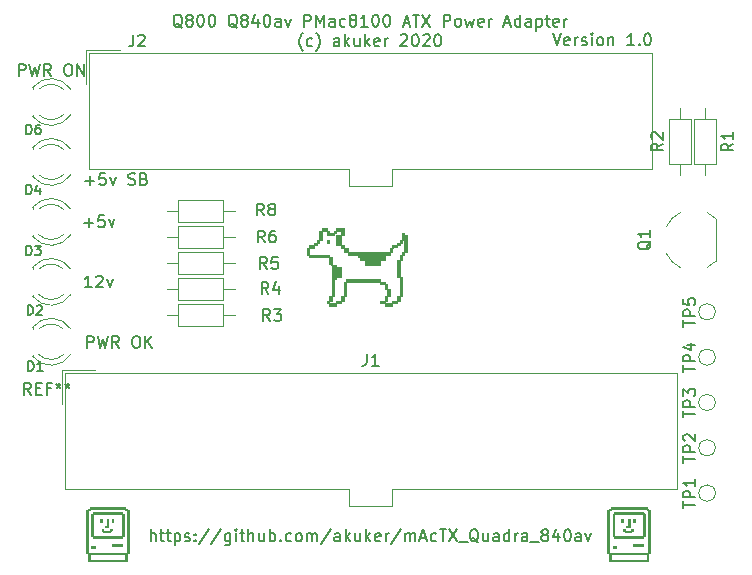
<source format=gbr>
%TF.GenerationSoftware,KiCad,Pcbnew,(5.1.4)-1*%
%TF.CreationDate,2020-09-17T17:05:27-05:00*%
%TF.ProjectId,mAcTX_Quadra_840av,6d416354-585f-4517-9561-6472615f3834,rev?*%
%TF.SameCoordinates,Original*%
%TF.FileFunction,Legend,Top*%
%TF.FilePolarity,Positive*%
%FSLAX46Y46*%
G04 Gerber Fmt 4.6, Leading zero omitted, Abs format (unit mm)*
G04 Created by KiCad (PCBNEW (5.1.4)-1) date 2020-09-17 17:05:27*
%MOMM*%
%LPD*%
G04 APERTURE LIST*
%ADD10C,0.150000*%
%ADD11C,0.010000*%
%ADD12C,0.120000*%
G04 APERTURE END LIST*
D10*
X95459523Y-73662380D02*
X95792857Y-74662380D01*
X96126190Y-73662380D01*
X96840476Y-74614761D02*
X96745238Y-74662380D01*
X96554761Y-74662380D01*
X96459523Y-74614761D01*
X96411904Y-74519523D01*
X96411904Y-74138571D01*
X96459523Y-74043333D01*
X96554761Y-73995714D01*
X96745238Y-73995714D01*
X96840476Y-74043333D01*
X96888095Y-74138571D01*
X96888095Y-74233809D01*
X96411904Y-74329047D01*
X97316666Y-74662380D02*
X97316666Y-73995714D01*
X97316666Y-74186190D02*
X97364285Y-74090952D01*
X97411904Y-74043333D01*
X97507142Y-73995714D01*
X97602380Y-73995714D01*
X97888095Y-74614761D02*
X97983333Y-74662380D01*
X98173809Y-74662380D01*
X98269047Y-74614761D01*
X98316666Y-74519523D01*
X98316666Y-74471904D01*
X98269047Y-74376666D01*
X98173809Y-74329047D01*
X98030952Y-74329047D01*
X97935714Y-74281428D01*
X97888095Y-74186190D01*
X97888095Y-74138571D01*
X97935714Y-74043333D01*
X98030952Y-73995714D01*
X98173809Y-73995714D01*
X98269047Y-74043333D01*
X98745238Y-74662380D02*
X98745238Y-73995714D01*
X98745238Y-73662380D02*
X98697619Y-73710000D01*
X98745238Y-73757619D01*
X98792857Y-73710000D01*
X98745238Y-73662380D01*
X98745238Y-73757619D01*
X99364285Y-74662380D02*
X99269047Y-74614761D01*
X99221428Y-74567142D01*
X99173809Y-74471904D01*
X99173809Y-74186190D01*
X99221428Y-74090952D01*
X99269047Y-74043333D01*
X99364285Y-73995714D01*
X99507142Y-73995714D01*
X99602380Y-74043333D01*
X99650000Y-74090952D01*
X99697619Y-74186190D01*
X99697619Y-74471904D01*
X99650000Y-74567142D01*
X99602380Y-74614761D01*
X99507142Y-74662380D01*
X99364285Y-74662380D01*
X100126190Y-73995714D02*
X100126190Y-74662380D01*
X100126190Y-74090952D02*
X100173809Y-74043333D01*
X100269047Y-73995714D01*
X100411904Y-73995714D01*
X100507142Y-74043333D01*
X100554761Y-74138571D01*
X100554761Y-74662380D01*
X102316666Y-74662380D02*
X101745238Y-74662380D01*
X102030952Y-74662380D02*
X102030952Y-73662380D01*
X101935714Y-73805238D01*
X101840476Y-73900476D01*
X101745238Y-73948095D01*
X102745238Y-74567142D02*
X102792857Y-74614761D01*
X102745238Y-74662380D01*
X102697619Y-74614761D01*
X102745238Y-74567142D01*
X102745238Y-74662380D01*
X103411904Y-73662380D02*
X103507142Y-73662380D01*
X103602380Y-73710000D01*
X103650000Y-73757619D01*
X103697619Y-73852857D01*
X103745238Y-74043333D01*
X103745238Y-74281428D01*
X103697619Y-74471904D01*
X103650000Y-74567142D01*
X103602380Y-74614761D01*
X103507142Y-74662380D01*
X103411904Y-74662380D01*
X103316666Y-74614761D01*
X103269047Y-74567142D01*
X103221428Y-74471904D01*
X103173809Y-74281428D01*
X103173809Y-74043333D01*
X103221428Y-73852857D01*
X103269047Y-73757619D01*
X103316666Y-73710000D01*
X103411904Y-73662380D01*
X61374761Y-116662380D02*
X61374761Y-115662380D01*
X61803333Y-116662380D02*
X61803333Y-116138571D01*
X61755714Y-116043333D01*
X61660476Y-115995714D01*
X61517619Y-115995714D01*
X61422380Y-116043333D01*
X61374761Y-116090952D01*
X62136666Y-115995714D02*
X62517619Y-115995714D01*
X62279523Y-115662380D02*
X62279523Y-116519523D01*
X62327142Y-116614761D01*
X62422380Y-116662380D01*
X62517619Y-116662380D01*
X62708095Y-115995714D02*
X63089047Y-115995714D01*
X62850952Y-115662380D02*
X62850952Y-116519523D01*
X62898571Y-116614761D01*
X62993809Y-116662380D01*
X63089047Y-116662380D01*
X63422380Y-115995714D02*
X63422380Y-116995714D01*
X63422380Y-116043333D02*
X63517619Y-115995714D01*
X63708095Y-115995714D01*
X63803333Y-116043333D01*
X63850952Y-116090952D01*
X63898571Y-116186190D01*
X63898571Y-116471904D01*
X63850952Y-116567142D01*
X63803333Y-116614761D01*
X63708095Y-116662380D01*
X63517619Y-116662380D01*
X63422380Y-116614761D01*
X64279523Y-116614761D02*
X64374761Y-116662380D01*
X64565238Y-116662380D01*
X64660476Y-116614761D01*
X64708095Y-116519523D01*
X64708095Y-116471904D01*
X64660476Y-116376666D01*
X64565238Y-116329047D01*
X64422380Y-116329047D01*
X64327142Y-116281428D01*
X64279523Y-116186190D01*
X64279523Y-116138571D01*
X64327142Y-116043333D01*
X64422380Y-115995714D01*
X64565238Y-115995714D01*
X64660476Y-116043333D01*
X65136666Y-116567142D02*
X65184285Y-116614761D01*
X65136666Y-116662380D01*
X65089047Y-116614761D01*
X65136666Y-116567142D01*
X65136666Y-116662380D01*
X65136666Y-116043333D02*
X65184285Y-116090952D01*
X65136666Y-116138571D01*
X65089047Y-116090952D01*
X65136666Y-116043333D01*
X65136666Y-116138571D01*
X66327142Y-115614761D02*
X65470000Y-116900476D01*
X67374761Y-115614761D02*
X66517619Y-116900476D01*
X68136666Y-115995714D02*
X68136666Y-116805238D01*
X68089047Y-116900476D01*
X68041428Y-116948095D01*
X67946190Y-116995714D01*
X67803333Y-116995714D01*
X67708095Y-116948095D01*
X68136666Y-116614761D02*
X68041428Y-116662380D01*
X67850952Y-116662380D01*
X67755714Y-116614761D01*
X67708095Y-116567142D01*
X67660476Y-116471904D01*
X67660476Y-116186190D01*
X67708095Y-116090952D01*
X67755714Y-116043333D01*
X67850952Y-115995714D01*
X68041428Y-115995714D01*
X68136666Y-116043333D01*
X68612857Y-116662380D02*
X68612857Y-115995714D01*
X68612857Y-115662380D02*
X68565238Y-115710000D01*
X68612857Y-115757619D01*
X68660476Y-115710000D01*
X68612857Y-115662380D01*
X68612857Y-115757619D01*
X68946190Y-115995714D02*
X69327142Y-115995714D01*
X69089047Y-115662380D02*
X69089047Y-116519523D01*
X69136666Y-116614761D01*
X69231904Y-116662380D01*
X69327142Y-116662380D01*
X69660476Y-116662380D02*
X69660476Y-115662380D01*
X70089047Y-116662380D02*
X70089047Y-116138571D01*
X70041428Y-116043333D01*
X69946190Y-115995714D01*
X69803333Y-115995714D01*
X69708095Y-116043333D01*
X69660476Y-116090952D01*
X70993809Y-115995714D02*
X70993809Y-116662380D01*
X70565238Y-115995714D02*
X70565238Y-116519523D01*
X70612857Y-116614761D01*
X70708095Y-116662380D01*
X70850952Y-116662380D01*
X70946190Y-116614761D01*
X70993809Y-116567142D01*
X71470000Y-116662380D02*
X71470000Y-115662380D01*
X71470000Y-116043333D02*
X71565238Y-115995714D01*
X71755714Y-115995714D01*
X71850952Y-116043333D01*
X71898571Y-116090952D01*
X71946190Y-116186190D01*
X71946190Y-116471904D01*
X71898571Y-116567142D01*
X71850952Y-116614761D01*
X71755714Y-116662380D01*
X71565238Y-116662380D01*
X71470000Y-116614761D01*
X72374761Y-116567142D02*
X72422380Y-116614761D01*
X72374761Y-116662380D01*
X72327142Y-116614761D01*
X72374761Y-116567142D01*
X72374761Y-116662380D01*
X73279523Y-116614761D02*
X73184285Y-116662380D01*
X72993809Y-116662380D01*
X72898571Y-116614761D01*
X72850952Y-116567142D01*
X72803333Y-116471904D01*
X72803333Y-116186190D01*
X72850952Y-116090952D01*
X72898571Y-116043333D01*
X72993809Y-115995714D01*
X73184285Y-115995714D01*
X73279523Y-116043333D01*
X73850952Y-116662380D02*
X73755714Y-116614761D01*
X73708095Y-116567142D01*
X73660476Y-116471904D01*
X73660476Y-116186190D01*
X73708095Y-116090952D01*
X73755714Y-116043333D01*
X73850952Y-115995714D01*
X73993809Y-115995714D01*
X74089047Y-116043333D01*
X74136666Y-116090952D01*
X74184285Y-116186190D01*
X74184285Y-116471904D01*
X74136666Y-116567142D01*
X74089047Y-116614761D01*
X73993809Y-116662380D01*
X73850952Y-116662380D01*
X74612857Y-116662380D02*
X74612857Y-115995714D01*
X74612857Y-116090952D02*
X74660476Y-116043333D01*
X74755714Y-115995714D01*
X74898571Y-115995714D01*
X74993809Y-116043333D01*
X75041428Y-116138571D01*
X75041428Y-116662380D01*
X75041428Y-116138571D02*
X75089047Y-116043333D01*
X75184285Y-115995714D01*
X75327142Y-115995714D01*
X75422380Y-116043333D01*
X75470000Y-116138571D01*
X75470000Y-116662380D01*
X76660476Y-115614761D02*
X75803333Y-116900476D01*
X77422380Y-116662380D02*
X77422380Y-116138571D01*
X77374761Y-116043333D01*
X77279523Y-115995714D01*
X77089047Y-115995714D01*
X76993809Y-116043333D01*
X77422380Y-116614761D02*
X77327142Y-116662380D01*
X77089047Y-116662380D01*
X76993809Y-116614761D01*
X76946190Y-116519523D01*
X76946190Y-116424285D01*
X76993809Y-116329047D01*
X77089047Y-116281428D01*
X77327142Y-116281428D01*
X77422380Y-116233809D01*
X77898571Y-116662380D02*
X77898571Y-115662380D01*
X77993809Y-116281428D02*
X78279523Y-116662380D01*
X78279523Y-115995714D02*
X77898571Y-116376666D01*
X79136666Y-115995714D02*
X79136666Y-116662380D01*
X78708095Y-115995714D02*
X78708095Y-116519523D01*
X78755714Y-116614761D01*
X78850952Y-116662380D01*
X78993809Y-116662380D01*
X79089047Y-116614761D01*
X79136666Y-116567142D01*
X79612857Y-116662380D02*
X79612857Y-115662380D01*
X79708095Y-116281428D02*
X79993809Y-116662380D01*
X79993809Y-115995714D02*
X79612857Y-116376666D01*
X80803333Y-116614761D02*
X80708095Y-116662380D01*
X80517619Y-116662380D01*
X80422380Y-116614761D01*
X80374761Y-116519523D01*
X80374761Y-116138571D01*
X80422380Y-116043333D01*
X80517619Y-115995714D01*
X80708095Y-115995714D01*
X80803333Y-116043333D01*
X80850952Y-116138571D01*
X80850952Y-116233809D01*
X80374761Y-116329047D01*
X81279523Y-116662380D02*
X81279523Y-115995714D01*
X81279523Y-116186190D02*
X81327142Y-116090952D01*
X81374761Y-116043333D01*
X81470000Y-115995714D01*
X81565238Y-115995714D01*
X82612857Y-115614761D02*
X81755714Y-116900476D01*
X82946190Y-116662380D02*
X82946190Y-115995714D01*
X82946190Y-116090952D02*
X82993809Y-116043333D01*
X83089047Y-115995714D01*
X83231904Y-115995714D01*
X83327142Y-116043333D01*
X83374761Y-116138571D01*
X83374761Y-116662380D01*
X83374761Y-116138571D02*
X83422380Y-116043333D01*
X83517619Y-115995714D01*
X83660476Y-115995714D01*
X83755714Y-116043333D01*
X83803333Y-116138571D01*
X83803333Y-116662380D01*
X84231904Y-116376666D02*
X84708095Y-116376666D01*
X84136666Y-116662380D02*
X84470000Y-115662380D01*
X84803333Y-116662380D01*
X85565238Y-116614761D02*
X85470000Y-116662380D01*
X85279523Y-116662380D01*
X85184285Y-116614761D01*
X85136666Y-116567142D01*
X85089047Y-116471904D01*
X85089047Y-116186190D01*
X85136666Y-116090952D01*
X85184285Y-116043333D01*
X85279523Y-115995714D01*
X85470000Y-115995714D01*
X85565238Y-116043333D01*
X85850952Y-115662380D02*
X86422380Y-115662380D01*
X86136666Y-116662380D02*
X86136666Y-115662380D01*
X86660476Y-115662380D02*
X87327142Y-116662380D01*
X87327142Y-115662380D02*
X86660476Y-116662380D01*
X87470000Y-116757619D02*
X88231904Y-116757619D01*
X89136666Y-116757619D02*
X89041428Y-116710000D01*
X88946190Y-116614761D01*
X88803333Y-116471904D01*
X88708095Y-116424285D01*
X88612857Y-116424285D01*
X88660476Y-116662380D02*
X88565238Y-116614761D01*
X88470000Y-116519523D01*
X88422380Y-116329047D01*
X88422380Y-115995714D01*
X88470000Y-115805238D01*
X88565238Y-115710000D01*
X88660476Y-115662380D01*
X88850952Y-115662380D01*
X88946190Y-115710000D01*
X89041428Y-115805238D01*
X89089047Y-115995714D01*
X89089047Y-116329047D01*
X89041428Y-116519523D01*
X88946190Y-116614761D01*
X88850952Y-116662380D01*
X88660476Y-116662380D01*
X89946190Y-115995714D02*
X89946190Y-116662380D01*
X89517619Y-115995714D02*
X89517619Y-116519523D01*
X89565238Y-116614761D01*
X89660476Y-116662380D01*
X89803333Y-116662380D01*
X89898571Y-116614761D01*
X89946190Y-116567142D01*
X90850952Y-116662380D02*
X90850952Y-116138571D01*
X90803333Y-116043333D01*
X90708095Y-115995714D01*
X90517619Y-115995714D01*
X90422380Y-116043333D01*
X90850952Y-116614761D02*
X90755714Y-116662380D01*
X90517619Y-116662380D01*
X90422380Y-116614761D01*
X90374761Y-116519523D01*
X90374761Y-116424285D01*
X90422380Y-116329047D01*
X90517619Y-116281428D01*
X90755714Y-116281428D01*
X90850952Y-116233809D01*
X91755714Y-116662380D02*
X91755714Y-115662380D01*
X91755714Y-116614761D02*
X91660476Y-116662380D01*
X91470000Y-116662380D01*
X91374761Y-116614761D01*
X91327142Y-116567142D01*
X91279523Y-116471904D01*
X91279523Y-116186190D01*
X91327142Y-116090952D01*
X91374761Y-116043333D01*
X91470000Y-115995714D01*
X91660476Y-115995714D01*
X91755714Y-116043333D01*
X92231904Y-116662380D02*
X92231904Y-115995714D01*
X92231904Y-116186190D02*
X92279523Y-116090952D01*
X92327142Y-116043333D01*
X92422380Y-115995714D01*
X92517619Y-115995714D01*
X93279523Y-116662380D02*
X93279523Y-116138571D01*
X93231904Y-116043333D01*
X93136666Y-115995714D01*
X92946190Y-115995714D01*
X92850952Y-116043333D01*
X93279523Y-116614761D02*
X93184285Y-116662380D01*
X92946190Y-116662380D01*
X92850952Y-116614761D01*
X92803333Y-116519523D01*
X92803333Y-116424285D01*
X92850952Y-116329047D01*
X92946190Y-116281428D01*
X93184285Y-116281428D01*
X93279523Y-116233809D01*
X93517619Y-116757619D02*
X94279523Y-116757619D01*
X94660476Y-116090952D02*
X94565238Y-116043333D01*
X94517619Y-115995714D01*
X94470000Y-115900476D01*
X94470000Y-115852857D01*
X94517619Y-115757619D01*
X94565238Y-115710000D01*
X94660476Y-115662380D01*
X94850952Y-115662380D01*
X94946190Y-115710000D01*
X94993809Y-115757619D01*
X95041428Y-115852857D01*
X95041428Y-115900476D01*
X94993809Y-115995714D01*
X94946190Y-116043333D01*
X94850952Y-116090952D01*
X94660476Y-116090952D01*
X94565238Y-116138571D01*
X94517619Y-116186190D01*
X94470000Y-116281428D01*
X94470000Y-116471904D01*
X94517619Y-116567142D01*
X94565238Y-116614761D01*
X94660476Y-116662380D01*
X94850952Y-116662380D01*
X94946190Y-116614761D01*
X94993809Y-116567142D01*
X95041428Y-116471904D01*
X95041428Y-116281428D01*
X94993809Y-116186190D01*
X94946190Y-116138571D01*
X94850952Y-116090952D01*
X95898571Y-115995714D02*
X95898571Y-116662380D01*
X95660476Y-115614761D02*
X95422380Y-116329047D01*
X96041428Y-116329047D01*
X96612857Y-115662380D02*
X96708095Y-115662380D01*
X96803333Y-115710000D01*
X96850952Y-115757619D01*
X96898571Y-115852857D01*
X96946190Y-116043333D01*
X96946190Y-116281428D01*
X96898571Y-116471904D01*
X96850952Y-116567142D01*
X96803333Y-116614761D01*
X96708095Y-116662380D01*
X96612857Y-116662380D01*
X96517619Y-116614761D01*
X96470000Y-116567142D01*
X96422380Y-116471904D01*
X96374761Y-116281428D01*
X96374761Y-116043333D01*
X96422380Y-115852857D01*
X96470000Y-115757619D01*
X96517619Y-115710000D01*
X96612857Y-115662380D01*
X97803333Y-116662380D02*
X97803333Y-116138571D01*
X97755714Y-116043333D01*
X97660476Y-115995714D01*
X97470000Y-115995714D01*
X97374761Y-116043333D01*
X97803333Y-116614761D02*
X97708095Y-116662380D01*
X97470000Y-116662380D01*
X97374761Y-116614761D01*
X97327142Y-116519523D01*
X97327142Y-116424285D01*
X97374761Y-116329047D01*
X97470000Y-116281428D01*
X97708095Y-116281428D01*
X97803333Y-116233809D01*
X98184285Y-115995714D02*
X98422380Y-116662380D01*
X98660476Y-115995714D01*
X64045238Y-73182619D02*
X63949999Y-73135000D01*
X63854761Y-73039761D01*
X63711904Y-72896904D01*
X63616666Y-72849285D01*
X63521428Y-72849285D01*
X63569047Y-73087380D02*
X63473809Y-73039761D01*
X63378571Y-72944523D01*
X63330952Y-72754047D01*
X63330952Y-72420714D01*
X63378571Y-72230238D01*
X63473809Y-72135000D01*
X63569047Y-72087380D01*
X63759523Y-72087380D01*
X63854761Y-72135000D01*
X63949999Y-72230238D01*
X63997619Y-72420714D01*
X63997619Y-72754047D01*
X63949999Y-72944523D01*
X63854761Y-73039761D01*
X63759523Y-73087380D01*
X63569047Y-73087380D01*
X64569047Y-72515952D02*
X64473809Y-72468333D01*
X64426190Y-72420714D01*
X64378571Y-72325476D01*
X64378571Y-72277857D01*
X64426190Y-72182619D01*
X64473809Y-72135000D01*
X64569047Y-72087380D01*
X64759523Y-72087380D01*
X64854761Y-72135000D01*
X64902380Y-72182619D01*
X64949999Y-72277857D01*
X64949999Y-72325476D01*
X64902380Y-72420714D01*
X64854761Y-72468333D01*
X64759523Y-72515952D01*
X64569047Y-72515952D01*
X64473809Y-72563571D01*
X64426190Y-72611190D01*
X64378571Y-72706428D01*
X64378571Y-72896904D01*
X64426190Y-72992142D01*
X64473809Y-73039761D01*
X64569047Y-73087380D01*
X64759523Y-73087380D01*
X64854761Y-73039761D01*
X64902380Y-72992142D01*
X64949999Y-72896904D01*
X64949999Y-72706428D01*
X64902380Y-72611190D01*
X64854761Y-72563571D01*
X64759523Y-72515952D01*
X65569047Y-72087380D02*
X65664285Y-72087380D01*
X65759523Y-72135000D01*
X65807142Y-72182619D01*
X65854761Y-72277857D01*
X65902380Y-72468333D01*
X65902380Y-72706428D01*
X65854761Y-72896904D01*
X65807142Y-72992142D01*
X65759523Y-73039761D01*
X65664285Y-73087380D01*
X65569047Y-73087380D01*
X65473809Y-73039761D01*
X65426190Y-72992142D01*
X65378571Y-72896904D01*
X65330952Y-72706428D01*
X65330952Y-72468333D01*
X65378571Y-72277857D01*
X65426190Y-72182619D01*
X65473809Y-72135000D01*
X65569047Y-72087380D01*
X66521428Y-72087380D02*
X66616666Y-72087380D01*
X66711904Y-72135000D01*
X66759523Y-72182619D01*
X66807142Y-72277857D01*
X66854761Y-72468333D01*
X66854761Y-72706428D01*
X66807142Y-72896904D01*
X66759523Y-72992142D01*
X66711904Y-73039761D01*
X66616666Y-73087380D01*
X66521428Y-73087380D01*
X66426190Y-73039761D01*
X66378571Y-72992142D01*
X66330952Y-72896904D01*
X66283333Y-72706428D01*
X66283333Y-72468333D01*
X66330952Y-72277857D01*
X66378571Y-72182619D01*
X66426190Y-72135000D01*
X66521428Y-72087380D01*
X68711904Y-73182619D02*
X68616666Y-73135000D01*
X68521428Y-73039761D01*
X68378571Y-72896904D01*
X68283333Y-72849285D01*
X68188095Y-72849285D01*
X68235714Y-73087380D02*
X68140476Y-73039761D01*
X68045238Y-72944523D01*
X67997619Y-72754047D01*
X67997619Y-72420714D01*
X68045238Y-72230238D01*
X68140476Y-72135000D01*
X68235714Y-72087380D01*
X68426190Y-72087380D01*
X68521428Y-72135000D01*
X68616666Y-72230238D01*
X68664285Y-72420714D01*
X68664285Y-72754047D01*
X68616666Y-72944523D01*
X68521428Y-73039761D01*
X68426190Y-73087380D01*
X68235714Y-73087380D01*
X69235714Y-72515952D02*
X69140476Y-72468333D01*
X69092857Y-72420714D01*
X69045238Y-72325476D01*
X69045238Y-72277857D01*
X69092857Y-72182619D01*
X69140476Y-72135000D01*
X69235714Y-72087380D01*
X69426190Y-72087380D01*
X69521428Y-72135000D01*
X69569047Y-72182619D01*
X69616666Y-72277857D01*
X69616666Y-72325476D01*
X69569047Y-72420714D01*
X69521428Y-72468333D01*
X69426190Y-72515952D01*
X69235714Y-72515952D01*
X69140476Y-72563571D01*
X69092857Y-72611190D01*
X69045238Y-72706428D01*
X69045238Y-72896904D01*
X69092857Y-72992142D01*
X69140476Y-73039761D01*
X69235714Y-73087380D01*
X69426190Y-73087380D01*
X69521428Y-73039761D01*
X69569047Y-72992142D01*
X69616666Y-72896904D01*
X69616666Y-72706428D01*
X69569047Y-72611190D01*
X69521428Y-72563571D01*
X69426190Y-72515952D01*
X70473809Y-72420714D02*
X70473809Y-73087380D01*
X70235714Y-72039761D02*
X69997619Y-72754047D01*
X70616666Y-72754047D01*
X71188095Y-72087380D02*
X71283333Y-72087380D01*
X71378571Y-72135000D01*
X71426190Y-72182619D01*
X71473809Y-72277857D01*
X71521428Y-72468333D01*
X71521428Y-72706428D01*
X71473809Y-72896904D01*
X71426190Y-72992142D01*
X71378571Y-73039761D01*
X71283333Y-73087380D01*
X71188095Y-73087380D01*
X71092857Y-73039761D01*
X71045238Y-72992142D01*
X70997619Y-72896904D01*
X70950000Y-72706428D01*
X70950000Y-72468333D01*
X70997619Y-72277857D01*
X71045238Y-72182619D01*
X71092857Y-72135000D01*
X71188095Y-72087380D01*
X72378571Y-73087380D02*
X72378571Y-72563571D01*
X72330952Y-72468333D01*
X72235714Y-72420714D01*
X72045238Y-72420714D01*
X71950000Y-72468333D01*
X72378571Y-73039761D02*
X72283333Y-73087380D01*
X72045238Y-73087380D01*
X71950000Y-73039761D01*
X71902380Y-72944523D01*
X71902380Y-72849285D01*
X71950000Y-72754047D01*
X72045238Y-72706428D01*
X72283333Y-72706428D01*
X72378571Y-72658809D01*
X72759523Y-72420714D02*
X72997619Y-73087380D01*
X73235714Y-72420714D01*
X74378571Y-73087380D02*
X74378571Y-72087380D01*
X74759523Y-72087380D01*
X74854761Y-72135000D01*
X74902380Y-72182619D01*
X74950000Y-72277857D01*
X74950000Y-72420714D01*
X74902380Y-72515952D01*
X74854761Y-72563571D01*
X74759523Y-72611190D01*
X74378571Y-72611190D01*
X75378571Y-73087380D02*
X75378571Y-72087380D01*
X75711904Y-72801666D01*
X76045238Y-72087380D01*
X76045238Y-73087380D01*
X76950000Y-73087380D02*
X76950000Y-72563571D01*
X76902380Y-72468333D01*
X76807142Y-72420714D01*
X76616666Y-72420714D01*
X76521428Y-72468333D01*
X76950000Y-73039761D02*
X76854761Y-73087380D01*
X76616666Y-73087380D01*
X76521428Y-73039761D01*
X76473809Y-72944523D01*
X76473809Y-72849285D01*
X76521428Y-72754047D01*
X76616666Y-72706428D01*
X76854761Y-72706428D01*
X76950000Y-72658809D01*
X77854761Y-73039761D02*
X77759523Y-73087380D01*
X77569047Y-73087380D01*
X77473809Y-73039761D01*
X77426190Y-72992142D01*
X77378571Y-72896904D01*
X77378571Y-72611190D01*
X77426190Y-72515952D01*
X77473809Y-72468333D01*
X77569047Y-72420714D01*
X77759523Y-72420714D01*
X77854761Y-72468333D01*
X78426190Y-72515952D02*
X78330952Y-72468333D01*
X78283333Y-72420714D01*
X78235714Y-72325476D01*
X78235714Y-72277857D01*
X78283333Y-72182619D01*
X78330952Y-72135000D01*
X78426190Y-72087380D01*
X78616666Y-72087380D01*
X78711904Y-72135000D01*
X78759523Y-72182619D01*
X78807142Y-72277857D01*
X78807142Y-72325476D01*
X78759523Y-72420714D01*
X78711904Y-72468333D01*
X78616666Y-72515952D01*
X78426190Y-72515952D01*
X78330952Y-72563571D01*
X78283333Y-72611190D01*
X78235714Y-72706428D01*
X78235714Y-72896904D01*
X78283333Y-72992142D01*
X78330952Y-73039761D01*
X78426190Y-73087380D01*
X78616666Y-73087380D01*
X78711904Y-73039761D01*
X78759523Y-72992142D01*
X78807142Y-72896904D01*
X78807142Y-72706428D01*
X78759523Y-72611190D01*
X78711904Y-72563571D01*
X78616666Y-72515952D01*
X79759523Y-73087380D02*
X79188095Y-73087380D01*
X79473809Y-73087380D02*
X79473809Y-72087380D01*
X79378571Y-72230238D01*
X79283333Y-72325476D01*
X79188095Y-72373095D01*
X80378571Y-72087380D02*
X80473809Y-72087380D01*
X80569047Y-72135000D01*
X80616666Y-72182619D01*
X80664285Y-72277857D01*
X80711904Y-72468333D01*
X80711904Y-72706428D01*
X80664285Y-72896904D01*
X80616666Y-72992142D01*
X80569047Y-73039761D01*
X80473809Y-73087380D01*
X80378571Y-73087380D01*
X80283333Y-73039761D01*
X80235714Y-72992142D01*
X80188095Y-72896904D01*
X80140476Y-72706428D01*
X80140476Y-72468333D01*
X80188095Y-72277857D01*
X80235714Y-72182619D01*
X80283333Y-72135000D01*
X80378571Y-72087380D01*
X81330952Y-72087380D02*
X81426190Y-72087380D01*
X81521428Y-72135000D01*
X81569047Y-72182619D01*
X81616666Y-72277857D01*
X81664285Y-72468333D01*
X81664285Y-72706428D01*
X81616666Y-72896904D01*
X81569047Y-72992142D01*
X81521428Y-73039761D01*
X81426190Y-73087380D01*
X81330952Y-73087380D01*
X81235714Y-73039761D01*
X81188095Y-72992142D01*
X81140476Y-72896904D01*
X81092857Y-72706428D01*
X81092857Y-72468333D01*
X81140476Y-72277857D01*
X81188095Y-72182619D01*
X81235714Y-72135000D01*
X81330952Y-72087380D01*
X82807142Y-72801666D02*
X83283333Y-72801666D01*
X82711904Y-73087380D02*
X83045238Y-72087380D01*
X83378571Y-73087380D01*
X83569047Y-72087380D02*
X84140476Y-72087380D01*
X83854761Y-73087380D02*
X83854761Y-72087380D01*
X84378571Y-72087380D02*
X85045238Y-73087380D01*
X85045238Y-72087380D02*
X84378571Y-73087380D01*
X86188095Y-73087380D02*
X86188095Y-72087380D01*
X86569047Y-72087380D01*
X86664285Y-72135000D01*
X86711904Y-72182619D01*
X86759523Y-72277857D01*
X86759523Y-72420714D01*
X86711904Y-72515952D01*
X86664285Y-72563571D01*
X86569047Y-72611190D01*
X86188095Y-72611190D01*
X87330952Y-73087380D02*
X87235714Y-73039761D01*
X87188095Y-72992142D01*
X87140476Y-72896904D01*
X87140476Y-72611190D01*
X87188095Y-72515952D01*
X87235714Y-72468333D01*
X87330952Y-72420714D01*
X87473809Y-72420714D01*
X87569047Y-72468333D01*
X87616666Y-72515952D01*
X87664285Y-72611190D01*
X87664285Y-72896904D01*
X87616666Y-72992142D01*
X87569047Y-73039761D01*
X87473809Y-73087380D01*
X87330952Y-73087380D01*
X87997619Y-72420714D02*
X88188095Y-73087380D01*
X88378571Y-72611190D01*
X88569047Y-73087380D01*
X88759523Y-72420714D01*
X89521428Y-73039761D02*
X89426190Y-73087380D01*
X89235714Y-73087380D01*
X89140476Y-73039761D01*
X89092857Y-72944523D01*
X89092857Y-72563571D01*
X89140476Y-72468333D01*
X89235714Y-72420714D01*
X89426190Y-72420714D01*
X89521428Y-72468333D01*
X89569047Y-72563571D01*
X89569047Y-72658809D01*
X89092857Y-72754047D01*
X89997619Y-73087380D02*
X89997619Y-72420714D01*
X89997619Y-72611190D02*
X90045238Y-72515952D01*
X90092857Y-72468333D01*
X90188095Y-72420714D01*
X90283333Y-72420714D01*
X91330952Y-72801666D02*
X91807142Y-72801666D01*
X91235714Y-73087380D02*
X91569047Y-72087380D01*
X91902380Y-73087380D01*
X92664285Y-73087380D02*
X92664285Y-72087380D01*
X92664285Y-73039761D02*
X92569047Y-73087380D01*
X92378571Y-73087380D01*
X92283333Y-73039761D01*
X92235714Y-72992142D01*
X92188095Y-72896904D01*
X92188095Y-72611190D01*
X92235714Y-72515952D01*
X92283333Y-72468333D01*
X92378571Y-72420714D01*
X92569047Y-72420714D01*
X92664285Y-72468333D01*
X93569047Y-73087380D02*
X93569047Y-72563571D01*
X93521428Y-72468333D01*
X93426190Y-72420714D01*
X93235714Y-72420714D01*
X93140476Y-72468333D01*
X93569047Y-73039761D02*
X93473809Y-73087380D01*
X93235714Y-73087380D01*
X93140476Y-73039761D01*
X93092857Y-72944523D01*
X93092857Y-72849285D01*
X93140476Y-72754047D01*
X93235714Y-72706428D01*
X93473809Y-72706428D01*
X93569047Y-72658809D01*
X94045238Y-72420714D02*
X94045238Y-73420714D01*
X94045238Y-72468333D02*
X94140476Y-72420714D01*
X94330952Y-72420714D01*
X94426190Y-72468333D01*
X94473809Y-72515952D01*
X94521428Y-72611190D01*
X94521428Y-72896904D01*
X94473809Y-72992142D01*
X94426190Y-73039761D01*
X94330952Y-73087380D01*
X94140476Y-73087380D01*
X94045238Y-73039761D01*
X94807142Y-72420714D02*
X95188095Y-72420714D01*
X94949999Y-72087380D02*
X94949999Y-72944523D01*
X94997619Y-73039761D01*
X95092857Y-73087380D01*
X95188095Y-73087380D01*
X95902380Y-73039761D02*
X95807142Y-73087380D01*
X95616666Y-73087380D01*
X95521428Y-73039761D01*
X95473809Y-72944523D01*
X95473809Y-72563571D01*
X95521428Y-72468333D01*
X95616666Y-72420714D01*
X95807142Y-72420714D01*
X95902380Y-72468333D01*
X95949999Y-72563571D01*
X95949999Y-72658809D01*
X95473809Y-72754047D01*
X96378571Y-73087380D02*
X96378571Y-72420714D01*
X96378571Y-72611190D02*
X96426190Y-72515952D01*
X96473809Y-72468333D01*
X96569047Y-72420714D01*
X96664285Y-72420714D01*
X74259523Y-75118333D02*
X74211904Y-75070714D01*
X74116666Y-74927857D01*
X74069047Y-74832619D01*
X74021428Y-74689761D01*
X73973809Y-74451666D01*
X73973809Y-74261190D01*
X74021428Y-74023095D01*
X74069047Y-73880238D01*
X74116666Y-73785000D01*
X74211904Y-73642142D01*
X74259523Y-73594523D01*
X75069047Y-74689761D02*
X74973809Y-74737380D01*
X74783333Y-74737380D01*
X74688095Y-74689761D01*
X74640476Y-74642142D01*
X74592857Y-74546904D01*
X74592857Y-74261190D01*
X74640476Y-74165952D01*
X74688095Y-74118333D01*
X74783333Y-74070714D01*
X74973809Y-74070714D01*
X75069047Y-74118333D01*
X75402380Y-75118333D02*
X75450000Y-75070714D01*
X75545238Y-74927857D01*
X75592857Y-74832619D01*
X75640476Y-74689761D01*
X75688095Y-74451666D01*
X75688095Y-74261190D01*
X75640476Y-74023095D01*
X75592857Y-73880238D01*
X75545238Y-73785000D01*
X75450000Y-73642142D01*
X75402380Y-73594523D01*
X77354761Y-74737380D02*
X77354761Y-74213571D01*
X77307142Y-74118333D01*
X77211904Y-74070714D01*
X77021428Y-74070714D01*
X76926190Y-74118333D01*
X77354761Y-74689761D02*
X77259523Y-74737380D01*
X77021428Y-74737380D01*
X76926190Y-74689761D01*
X76878571Y-74594523D01*
X76878571Y-74499285D01*
X76926190Y-74404047D01*
X77021428Y-74356428D01*
X77259523Y-74356428D01*
X77354761Y-74308809D01*
X77830952Y-74737380D02*
X77830952Y-73737380D01*
X77926190Y-74356428D02*
X78211904Y-74737380D01*
X78211904Y-74070714D02*
X77830952Y-74451666D01*
X79069047Y-74070714D02*
X79069047Y-74737380D01*
X78640476Y-74070714D02*
X78640476Y-74594523D01*
X78688095Y-74689761D01*
X78783333Y-74737380D01*
X78926190Y-74737380D01*
X79021428Y-74689761D01*
X79069047Y-74642142D01*
X79545238Y-74737380D02*
X79545238Y-73737380D01*
X79640476Y-74356428D02*
X79926190Y-74737380D01*
X79926190Y-74070714D02*
X79545238Y-74451666D01*
X80735714Y-74689761D02*
X80640476Y-74737380D01*
X80450000Y-74737380D01*
X80354761Y-74689761D01*
X80307142Y-74594523D01*
X80307142Y-74213571D01*
X80354761Y-74118333D01*
X80450000Y-74070714D01*
X80640476Y-74070714D01*
X80735714Y-74118333D01*
X80783333Y-74213571D01*
X80783333Y-74308809D01*
X80307142Y-74404047D01*
X81211904Y-74737380D02*
X81211904Y-74070714D01*
X81211904Y-74261190D02*
X81259523Y-74165952D01*
X81307142Y-74118333D01*
X81402380Y-74070714D01*
X81497619Y-74070714D01*
X82545238Y-73832619D02*
X82592857Y-73785000D01*
X82688095Y-73737380D01*
X82926190Y-73737380D01*
X83021428Y-73785000D01*
X83069047Y-73832619D01*
X83116666Y-73927857D01*
X83116666Y-74023095D01*
X83069047Y-74165952D01*
X82497619Y-74737380D01*
X83116666Y-74737380D01*
X83735714Y-73737380D02*
X83830952Y-73737380D01*
X83926190Y-73785000D01*
X83973809Y-73832619D01*
X84021428Y-73927857D01*
X84069047Y-74118333D01*
X84069047Y-74356428D01*
X84021428Y-74546904D01*
X83973809Y-74642142D01*
X83926190Y-74689761D01*
X83830952Y-74737380D01*
X83735714Y-74737380D01*
X83640476Y-74689761D01*
X83592857Y-74642142D01*
X83545238Y-74546904D01*
X83497619Y-74356428D01*
X83497619Y-74118333D01*
X83545238Y-73927857D01*
X83592857Y-73832619D01*
X83640476Y-73785000D01*
X83735714Y-73737380D01*
X84450000Y-73832619D02*
X84497619Y-73785000D01*
X84592857Y-73737380D01*
X84830952Y-73737380D01*
X84926190Y-73785000D01*
X84973809Y-73832619D01*
X85021428Y-73927857D01*
X85021428Y-74023095D01*
X84973809Y-74165952D01*
X84402380Y-74737380D01*
X85021428Y-74737380D01*
X85640476Y-73737380D02*
X85735714Y-73737380D01*
X85830952Y-73785000D01*
X85878571Y-73832619D01*
X85926190Y-73927857D01*
X85973809Y-74118333D01*
X85973809Y-74356428D01*
X85926190Y-74546904D01*
X85878571Y-74642142D01*
X85830952Y-74689761D01*
X85735714Y-74737380D01*
X85640476Y-74737380D01*
X85545238Y-74689761D01*
X85497619Y-74642142D01*
X85450000Y-74546904D01*
X85402380Y-74356428D01*
X85402380Y-74118333D01*
X85450000Y-73927857D01*
X85497619Y-73832619D01*
X85545238Y-73785000D01*
X85640476Y-73737380D01*
X55981904Y-100282380D02*
X55981904Y-99282380D01*
X56362857Y-99282380D01*
X56458095Y-99330000D01*
X56505714Y-99377619D01*
X56553333Y-99472857D01*
X56553333Y-99615714D01*
X56505714Y-99710952D01*
X56458095Y-99758571D01*
X56362857Y-99806190D01*
X55981904Y-99806190D01*
X56886666Y-99282380D02*
X57124761Y-100282380D01*
X57315238Y-99568095D01*
X57505714Y-100282380D01*
X57743809Y-99282380D01*
X58696190Y-100282380D02*
X58362857Y-99806190D01*
X58124761Y-100282380D02*
X58124761Y-99282380D01*
X58505714Y-99282380D01*
X58600952Y-99330000D01*
X58648571Y-99377619D01*
X58696190Y-99472857D01*
X58696190Y-99615714D01*
X58648571Y-99710952D01*
X58600952Y-99758571D01*
X58505714Y-99806190D01*
X58124761Y-99806190D01*
X60077142Y-99282380D02*
X60267619Y-99282380D01*
X60362857Y-99330000D01*
X60458095Y-99425238D01*
X60505714Y-99615714D01*
X60505714Y-99949047D01*
X60458095Y-100139523D01*
X60362857Y-100234761D01*
X60267619Y-100282380D01*
X60077142Y-100282380D01*
X59981904Y-100234761D01*
X59886666Y-100139523D01*
X59839047Y-99949047D01*
X59839047Y-99615714D01*
X59886666Y-99425238D01*
X59981904Y-99330000D01*
X60077142Y-99282380D01*
X60934285Y-100282380D02*
X60934285Y-99282380D01*
X61505714Y-100282380D02*
X61077142Y-99710952D01*
X61505714Y-99282380D02*
X60934285Y-99853809D01*
X56398571Y-95162380D02*
X55827142Y-95162380D01*
X56112857Y-95162380D02*
X56112857Y-94162380D01*
X56017619Y-94305238D01*
X55922380Y-94400476D01*
X55827142Y-94448095D01*
X56779523Y-94257619D02*
X56827142Y-94210000D01*
X56922380Y-94162380D01*
X57160476Y-94162380D01*
X57255714Y-94210000D01*
X57303333Y-94257619D01*
X57350952Y-94352857D01*
X57350952Y-94448095D01*
X57303333Y-94590952D01*
X56731904Y-95162380D01*
X57350952Y-95162380D01*
X57684285Y-94495714D02*
X57922380Y-95162380D01*
X58160476Y-94495714D01*
X55741904Y-89691428D02*
X56503809Y-89691428D01*
X56122857Y-90072380D02*
X56122857Y-89310476D01*
X57456190Y-89072380D02*
X56980000Y-89072380D01*
X56932380Y-89548571D01*
X56980000Y-89500952D01*
X57075238Y-89453333D01*
X57313333Y-89453333D01*
X57408571Y-89500952D01*
X57456190Y-89548571D01*
X57503809Y-89643809D01*
X57503809Y-89881904D01*
X57456190Y-89977142D01*
X57408571Y-90024761D01*
X57313333Y-90072380D01*
X57075238Y-90072380D01*
X56980000Y-90024761D01*
X56932380Y-89977142D01*
X57837142Y-89405714D02*
X58075238Y-90072380D01*
X58313333Y-89405714D01*
X55834761Y-86121428D02*
X56596666Y-86121428D01*
X56215714Y-86502380D02*
X56215714Y-85740476D01*
X57549047Y-85502380D02*
X57072857Y-85502380D01*
X57025238Y-85978571D01*
X57072857Y-85930952D01*
X57168095Y-85883333D01*
X57406190Y-85883333D01*
X57501428Y-85930952D01*
X57549047Y-85978571D01*
X57596666Y-86073809D01*
X57596666Y-86311904D01*
X57549047Y-86407142D01*
X57501428Y-86454761D01*
X57406190Y-86502380D01*
X57168095Y-86502380D01*
X57072857Y-86454761D01*
X57025238Y-86407142D01*
X57930000Y-85835714D02*
X58168095Y-86502380D01*
X58406190Y-85835714D01*
X59501428Y-86454761D02*
X59644285Y-86502380D01*
X59882380Y-86502380D01*
X59977619Y-86454761D01*
X60025238Y-86407142D01*
X60072857Y-86311904D01*
X60072857Y-86216666D01*
X60025238Y-86121428D01*
X59977619Y-86073809D01*
X59882380Y-86026190D01*
X59691904Y-85978571D01*
X59596666Y-85930952D01*
X59549047Y-85883333D01*
X59501428Y-85788095D01*
X59501428Y-85692857D01*
X59549047Y-85597619D01*
X59596666Y-85550000D01*
X59691904Y-85502380D01*
X59930000Y-85502380D01*
X60072857Y-85550000D01*
X60834761Y-85978571D02*
X60977619Y-86026190D01*
X61025238Y-86073809D01*
X61072857Y-86169047D01*
X61072857Y-86311904D01*
X61025238Y-86407142D01*
X60977619Y-86454761D01*
X60882380Y-86502380D01*
X60501428Y-86502380D01*
X60501428Y-85502380D01*
X60834761Y-85502380D01*
X60930000Y-85550000D01*
X60977619Y-85597619D01*
X61025238Y-85692857D01*
X61025238Y-85788095D01*
X60977619Y-85883333D01*
X60930000Y-85930952D01*
X60834761Y-85978571D01*
X60501428Y-85978571D01*
X50218095Y-77252380D02*
X50218095Y-76252380D01*
X50599047Y-76252380D01*
X50694285Y-76300000D01*
X50741904Y-76347619D01*
X50789523Y-76442857D01*
X50789523Y-76585714D01*
X50741904Y-76680952D01*
X50694285Y-76728571D01*
X50599047Y-76776190D01*
X50218095Y-76776190D01*
X51122857Y-76252380D02*
X51360952Y-77252380D01*
X51551428Y-76538095D01*
X51741904Y-77252380D01*
X51980000Y-76252380D01*
X52932380Y-77252380D02*
X52599047Y-76776190D01*
X52360952Y-77252380D02*
X52360952Y-76252380D01*
X52741904Y-76252380D01*
X52837142Y-76300000D01*
X52884761Y-76347619D01*
X52932380Y-76442857D01*
X52932380Y-76585714D01*
X52884761Y-76680952D01*
X52837142Y-76728571D01*
X52741904Y-76776190D01*
X52360952Y-76776190D01*
X54313333Y-76252380D02*
X54503809Y-76252380D01*
X54599047Y-76300000D01*
X54694285Y-76395238D01*
X54741904Y-76585714D01*
X54741904Y-76919047D01*
X54694285Y-77109523D01*
X54599047Y-77204761D01*
X54503809Y-77252380D01*
X54313333Y-77252380D01*
X54218095Y-77204761D01*
X54122857Y-77109523D01*
X54075238Y-76919047D01*
X54075238Y-76585714D01*
X54122857Y-76395238D01*
X54218095Y-76300000D01*
X54313333Y-76252380D01*
X55170476Y-77252380D02*
X55170476Y-76252380D01*
X55741904Y-77252380D01*
X55741904Y-76252380D01*
D11*
%TO.C,G\002A\002A\002A*%
G36*
X59237818Y-113814818D02*
G01*
X59241680Y-113869117D01*
X59261267Y-113891388D01*
X59307091Y-113895636D01*
X59356157Y-113901358D01*
X59374241Y-113928347D01*
X59376364Y-113964909D01*
X59380869Y-114011451D01*
X59403721Y-114030540D01*
X59457182Y-114034182D01*
X59538000Y-114034182D01*
X59538000Y-117636364D01*
X59376364Y-117636364D01*
X59376364Y-118352182D01*
X56074364Y-118352182D01*
X56074364Y-117774909D01*
X56212909Y-117774909D01*
X56212909Y-118213636D01*
X59237818Y-118213636D01*
X59237818Y-117774909D01*
X56212909Y-117774909D01*
X56074364Y-117774909D01*
X56074364Y-117636364D01*
X55912727Y-117636364D01*
X55912727Y-114034182D01*
X55993546Y-114034182D01*
X56074364Y-114034182D01*
X56074364Y-117636364D01*
X59376364Y-117636364D01*
X59376364Y-114034182D01*
X59307091Y-114034182D01*
X59258025Y-114028460D01*
X59239940Y-114001471D01*
X59237818Y-113964909D01*
X59237818Y-113895636D01*
X56212909Y-113895636D01*
X56212909Y-113964909D01*
X56207188Y-114013975D01*
X56180198Y-114032060D01*
X56143636Y-114034182D01*
X56074364Y-114034182D01*
X55993546Y-114034182D01*
X56047844Y-114030320D01*
X56070115Y-114010733D01*
X56074364Y-113964909D01*
X56080085Y-113915843D01*
X56107075Y-113897759D01*
X56143636Y-113895636D01*
X56190178Y-113891131D01*
X56209268Y-113868279D01*
X56212909Y-113814818D01*
X56212909Y-113734000D01*
X59237818Y-113734000D01*
X59237818Y-113814818D01*
X59237818Y-113814818D01*
G37*
X59237818Y-113814818D02*
X59241680Y-113869117D01*
X59261267Y-113891388D01*
X59307091Y-113895636D01*
X59356157Y-113901358D01*
X59374241Y-113928347D01*
X59376364Y-113964909D01*
X59380869Y-114011451D01*
X59403721Y-114030540D01*
X59457182Y-114034182D01*
X59538000Y-114034182D01*
X59538000Y-117636364D01*
X59376364Y-117636364D01*
X59376364Y-118352182D01*
X56074364Y-118352182D01*
X56074364Y-117774909D01*
X56212909Y-117774909D01*
X56212909Y-118213636D01*
X59237818Y-118213636D01*
X59237818Y-117774909D01*
X56212909Y-117774909D01*
X56074364Y-117774909D01*
X56074364Y-117636364D01*
X55912727Y-117636364D01*
X55912727Y-114034182D01*
X55993546Y-114034182D01*
X56074364Y-114034182D01*
X56074364Y-117636364D01*
X59376364Y-117636364D01*
X59376364Y-114034182D01*
X59307091Y-114034182D01*
X59258025Y-114028460D01*
X59239940Y-114001471D01*
X59237818Y-113964909D01*
X59237818Y-113895636D01*
X56212909Y-113895636D01*
X56212909Y-113964909D01*
X56207188Y-114013975D01*
X56180198Y-114032060D01*
X56143636Y-114034182D01*
X56074364Y-114034182D01*
X55993546Y-114034182D01*
X56047844Y-114030320D01*
X56070115Y-114010733D01*
X56074364Y-113964909D01*
X56080085Y-113915843D01*
X56107075Y-113897759D01*
X56143636Y-113895636D01*
X56190178Y-113891131D01*
X56209268Y-113868279D01*
X56212909Y-113814818D01*
X56212909Y-113734000D01*
X59237818Y-113734000D01*
X59237818Y-113814818D01*
G36*
X56651636Y-117197636D02*
G01*
X56351455Y-117197636D01*
X56351455Y-117059091D01*
X56651636Y-117059091D01*
X56651636Y-117197636D01*
X56651636Y-117197636D01*
G37*
X56651636Y-117197636D02*
X56351455Y-117197636D01*
X56351455Y-117059091D01*
X56651636Y-117059091D01*
X56651636Y-117197636D01*
G36*
X58960727Y-117059091D02*
G01*
X58083273Y-117059091D01*
X58083273Y-116920546D01*
X58960727Y-116920546D01*
X58960727Y-117059091D01*
X58960727Y-117059091D01*
G37*
X58960727Y-117059091D02*
X58083273Y-117059091D01*
X58083273Y-116920546D01*
X58960727Y-116920546D01*
X58960727Y-117059091D01*
G36*
X58960727Y-114242000D02*
G01*
X58966449Y-114291066D01*
X58993438Y-114309151D01*
X59030000Y-114311273D01*
X59099273Y-114311273D01*
X59099273Y-116204727D01*
X59030000Y-116204727D01*
X58980934Y-116210449D01*
X58962850Y-116237438D01*
X58960727Y-116274000D01*
X58960727Y-116343273D01*
X56490000Y-116343273D01*
X56490000Y-116274000D01*
X56484278Y-116224934D01*
X56457289Y-116206850D01*
X56420727Y-116204727D01*
X56351455Y-116204727D01*
X56351455Y-114311273D01*
X56420727Y-114311273D01*
X56490000Y-114311273D01*
X56490000Y-116204727D01*
X58960727Y-116204727D01*
X58960727Y-114311273D01*
X56490000Y-114311273D01*
X56420727Y-114311273D01*
X56469793Y-114305551D01*
X56487878Y-114278562D01*
X56490000Y-114242000D01*
X56490000Y-114172727D01*
X58960727Y-114172727D01*
X58960727Y-114242000D01*
X58960727Y-114242000D01*
G37*
X58960727Y-114242000D02*
X58966449Y-114291066D01*
X58993438Y-114309151D01*
X59030000Y-114311273D01*
X59099273Y-114311273D01*
X59099273Y-116204727D01*
X59030000Y-116204727D01*
X58980934Y-116210449D01*
X58962850Y-116237438D01*
X58960727Y-116274000D01*
X58960727Y-116343273D01*
X56490000Y-116343273D01*
X56490000Y-116274000D01*
X56484278Y-116224934D01*
X56457289Y-116206850D01*
X56420727Y-116204727D01*
X56351455Y-116204727D01*
X56351455Y-114311273D01*
X56420727Y-114311273D01*
X56490000Y-114311273D01*
X56490000Y-116204727D01*
X58960727Y-116204727D01*
X58960727Y-114311273D01*
X56490000Y-114311273D01*
X56420727Y-114311273D01*
X56469793Y-114305551D01*
X56487878Y-114278562D01*
X56490000Y-114242000D01*
X56490000Y-114172727D01*
X58960727Y-114172727D01*
X58960727Y-114242000D01*
G36*
X58063066Y-115633176D02*
G01*
X58081151Y-115660165D01*
X58083273Y-115696727D01*
X58077551Y-115745793D01*
X58050562Y-115763878D01*
X58014000Y-115766000D01*
X57964934Y-115771722D01*
X57946850Y-115798711D01*
X57944727Y-115835273D01*
X57944727Y-115904546D01*
X57367455Y-115904546D01*
X57367455Y-115835273D01*
X57361733Y-115786207D01*
X57334744Y-115768122D01*
X57298182Y-115766000D01*
X57249116Y-115760278D01*
X57231031Y-115733289D01*
X57228909Y-115696727D01*
X57234631Y-115647661D01*
X57261620Y-115629577D01*
X57298182Y-115627455D01*
X57347248Y-115633176D01*
X57365332Y-115660165D01*
X57367455Y-115696727D01*
X57367455Y-115766000D01*
X57944727Y-115766000D01*
X57944727Y-115696727D01*
X57950449Y-115647661D01*
X57977438Y-115629577D01*
X58014000Y-115627455D01*
X58063066Y-115633176D01*
X58063066Y-115633176D01*
G37*
X58063066Y-115633176D02*
X58081151Y-115660165D01*
X58083273Y-115696727D01*
X58077551Y-115745793D01*
X58050562Y-115763878D01*
X58014000Y-115766000D01*
X57964934Y-115771722D01*
X57946850Y-115798711D01*
X57944727Y-115835273D01*
X57944727Y-115904546D01*
X57367455Y-115904546D01*
X57367455Y-115835273D01*
X57361733Y-115786207D01*
X57334744Y-115768122D01*
X57298182Y-115766000D01*
X57249116Y-115760278D01*
X57231031Y-115733289D01*
X57228909Y-115696727D01*
X57234631Y-115647661D01*
X57261620Y-115629577D01*
X57298182Y-115627455D01*
X57347248Y-115633176D01*
X57365332Y-115660165D01*
X57367455Y-115696727D01*
X57367455Y-115766000D01*
X57944727Y-115766000D01*
X57944727Y-115696727D01*
X57950449Y-115647661D01*
X57977438Y-115629577D01*
X58014000Y-115627455D01*
X58063066Y-115633176D01*
G36*
X57806182Y-115465818D02*
G01*
X57506000Y-115465818D01*
X57506000Y-115396546D01*
X57511722Y-115347480D01*
X57538711Y-115329395D01*
X57575273Y-115327273D01*
X57644546Y-115327273D01*
X57644546Y-114750000D01*
X57806182Y-114750000D01*
X57806182Y-115465818D01*
X57806182Y-115465818D01*
G37*
X57806182Y-115465818D02*
X57506000Y-115465818D01*
X57506000Y-115396546D01*
X57511722Y-115347480D01*
X57538711Y-115329395D01*
X57575273Y-115327273D01*
X57644546Y-115327273D01*
X57644546Y-114750000D01*
X57806182Y-114750000D01*
X57806182Y-115465818D01*
G36*
X57228909Y-115050182D02*
G01*
X57067273Y-115050182D01*
X57067273Y-114750000D01*
X57228909Y-114750000D01*
X57228909Y-115050182D01*
X57228909Y-115050182D01*
G37*
X57228909Y-115050182D02*
X57067273Y-115050182D01*
X57067273Y-114750000D01*
X57228909Y-114750000D01*
X57228909Y-115050182D01*
G36*
X58221818Y-115050182D02*
G01*
X58083273Y-115050182D01*
X58083273Y-114750000D01*
X58221818Y-114750000D01*
X58221818Y-115050182D01*
X58221818Y-115050182D01*
G37*
X58221818Y-115050182D02*
X58083273Y-115050182D01*
X58083273Y-114750000D01*
X58221818Y-114750000D01*
X58221818Y-115050182D01*
G36*
X103377818Y-113814818D02*
G01*
X103381680Y-113869117D01*
X103401267Y-113891388D01*
X103447091Y-113895636D01*
X103496157Y-113901358D01*
X103514241Y-113928347D01*
X103516364Y-113964909D01*
X103520869Y-114011451D01*
X103543721Y-114030540D01*
X103597182Y-114034182D01*
X103678000Y-114034182D01*
X103678000Y-117636364D01*
X103516364Y-117636364D01*
X103516364Y-118352182D01*
X100214364Y-118352182D01*
X100214364Y-117774909D01*
X100352909Y-117774909D01*
X100352909Y-118213636D01*
X103377818Y-118213636D01*
X103377818Y-117774909D01*
X100352909Y-117774909D01*
X100214364Y-117774909D01*
X100214364Y-117636364D01*
X100052727Y-117636364D01*
X100052727Y-114034182D01*
X100133546Y-114034182D01*
X100214364Y-114034182D01*
X100214364Y-117636364D01*
X103516364Y-117636364D01*
X103516364Y-114034182D01*
X103447091Y-114034182D01*
X103398025Y-114028460D01*
X103379940Y-114001471D01*
X103377818Y-113964909D01*
X103377818Y-113895636D01*
X100352909Y-113895636D01*
X100352909Y-113964909D01*
X100347188Y-114013975D01*
X100320198Y-114032060D01*
X100283636Y-114034182D01*
X100214364Y-114034182D01*
X100133546Y-114034182D01*
X100187844Y-114030320D01*
X100210115Y-114010733D01*
X100214364Y-113964909D01*
X100220085Y-113915843D01*
X100247075Y-113897759D01*
X100283636Y-113895636D01*
X100330178Y-113891131D01*
X100349268Y-113868279D01*
X100352909Y-113814818D01*
X100352909Y-113734000D01*
X103377818Y-113734000D01*
X103377818Y-113814818D01*
X103377818Y-113814818D01*
G37*
X103377818Y-113814818D02*
X103381680Y-113869117D01*
X103401267Y-113891388D01*
X103447091Y-113895636D01*
X103496157Y-113901358D01*
X103514241Y-113928347D01*
X103516364Y-113964909D01*
X103520869Y-114011451D01*
X103543721Y-114030540D01*
X103597182Y-114034182D01*
X103678000Y-114034182D01*
X103678000Y-117636364D01*
X103516364Y-117636364D01*
X103516364Y-118352182D01*
X100214364Y-118352182D01*
X100214364Y-117774909D01*
X100352909Y-117774909D01*
X100352909Y-118213636D01*
X103377818Y-118213636D01*
X103377818Y-117774909D01*
X100352909Y-117774909D01*
X100214364Y-117774909D01*
X100214364Y-117636364D01*
X100052727Y-117636364D01*
X100052727Y-114034182D01*
X100133546Y-114034182D01*
X100214364Y-114034182D01*
X100214364Y-117636364D01*
X103516364Y-117636364D01*
X103516364Y-114034182D01*
X103447091Y-114034182D01*
X103398025Y-114028460D01*
X103379940Y-114001471D01*
X103377818Y-113964909D01*
X103377818Y-113895636D01*
X100352909Y-113895636D01*
X100352909Y-113964909D01*
X100347188Y-114013975D01*
X100320198Y-114032060D01*
X100283636Y-114034182D01*
X100214364Y-114034182D01*
X100133546Y-114034182D01*
X100187844Y-114030320D01*
X100210115Y-114010733D01*
X100214364Y-113964909D01*
X100220085Y-113915843D01*
X100247075Y-113897759D01*
X100283636Y-113895636D01*
X100330178Y-113891131D01*
X100349268Y-113868279D01*
X100352909Y-113814818D01*
X100352909Y-113734000D01*
X103377818Y-113734000D01*
X103377818Y-113814818D01*
G36*
X100791636Y-117197636D02*
G01*
X100491455Y-117197636D01*
X100491455Y-117059091D01*
X100791636Y-117059091D01*
X100791636Y-117197636D01*
X100791636Y-117197636D01*
G37*
X100791636Y-117197636D02*
X100491455Y-117197636D01*
X100491455Y-117059091D01*
X100791636Y-117059091D01*
X100791636Y-117197636D01*
G36*
X103100727Y-117059091D02*
G01*
X102223273Y-117059091D01*
X102223273Y-116920546D01*
X103100727Y-116920546D01*
X103100727Y-117059091D01*
X103100727Y-117059091D01*
G37*
X103100727Y-117059091D02*
X102223273Y-117059091D01*
X102223273Y-116920546D01*
X103100727Y-116920546D01*
X103100727Y-117059091D01*
G36*
X103100727Y-114242000D02*
G01*
X103106449Y-114291066D01*
X103133438Y-114309151D01*
X103170000Y-114311273D01*
X103239273Y-114311273D01*
X103239273Y-116204727D01*
X103170000Y-116204727D01*
X103120934Y-116210449D01*
X103102850Y-116237438D01*
X103100727Y-116274000D01*
X103100727Y-116343273D01*
X100630000Y-116343273D01*
X100630000Y-116274000D01*
X100624278Y-116224934D01*
X100597289Y-116206850D01*
X100560727Y-116204727D01*
X100491455Y-116204727D01*
X100491455Y-114311273D01*
X100560727Y-114311273D01*
X100630000Y-114311273D01*
X100630000Y-116204727D01*
X103100727Y-116204727D01*
X103100727Y-114311273D01*
X100630000Y-114311273D01*
X100560727Y-114311273D01*
X100609793Y-114305551D01*
X100627878Y-114278562D01*
X100630000Y-114242000D01*
X100630000Y-114172727D01*
X103100727Y-114172727D01*
X103100727Y-114242000D01*
X103100727Y-114242000D01*
G37*
X103100727Y-114242000D02*
X103106449Y-114291066D01*
X103133438Y-114309151D01*
X103170000Y-114311273D01*
X103239273Y-114311273D01*
X103239273Y-116204727D01*
X103170000Y-116204727D01*
X103120934Y-116210449D01*
X103102850Y-116237438D01*
X103100727Y-116274000D01*
X103100727Y-116343273D01*
X100630000Y-116343273D01*
X100630000Y-116274000D01*
X100624278Y-116224934D01*
X100597289Y-116206850D01*
X100560727Y-116204727D01*
X100491455Y-116204727D01*
X100491455Y-114311273D01*
X100560727Y-114311273D01*
X100630000Y-114311273D01*
X100630000Y-116204727D01*
X103100727Y-116204727D01*
X103100727Y-114311273D01*
X100630000Y-114311273D01*
X100560727Y-114311273D01*
X100609793Y-114305551D01*
X100627878Y-114278562D01*
X100630000Y-114242000D01*
X100630000Y-114172727D01*
X103100727Y-114172727D01*
X103100727Y-114242000D01*
G36*
X102203066Y-115633176D02*
G01*
X102221151Y-115660165D01*
X102223273Y-115696727D01*
X102217551Y-115745793D01*
X102190562Y-115763878D01*
X102154000Y-115766000D01*
X102104934Y-115771722D01*
X102086850Y-115798711D01*
X102084727Y-115835273D01*
X102084727Y-115904546D01*
X101507455Y-115904546D01*
X101507455Y-115835273D01*
X101501733Y-115786207D01*
X101474744Y-115768122D01*
X101438182Y-115766000D01*
X101389116Y-115760278D01*
X101371031Y-115733289D01*
X101368909Y-115696727D01*
X101374631Y-115647661D01*
X101401620Y-115629577D01*
X101438182Y-115627455D01*
X101487248Y-115633176D01*
X101505332Y-115660165D01*
X101507455Y-115696727D01*
X101507455Y-115766000D01*
X102084727Y-115766000D01*
X102084727Y-115696727D01*
X102090449Y-115647661D01*
X102117438Y-115629577D01*
X102154000Y-115627455D01*
X102203066Y-115633176D01*
X102203066Y-115633176D01*
G37*
X102203066Y-115633176D02*
X102221151Y-115660165D01*
X102223273Y-115696727D01*
X102217551Y-115745793D01*
X102190562Y-115763878D01*
X102154000Y-115766000D01*
X102104934Y-115771722D01*
X102086850Y-115798711D01*
X102084727Y-115835273D01*
X102084727Y-115904546D01*
X101507455Y-115904546D01*
X101507455Y-115835273D01*
X101501733Y-115786207D01*
X101474744Y-115768122D01*
X101438182Y-115766000D01*
X101389116Y-115760278D01*
X101371031Y-115733289D01*
X101368909Y-115696727D01*
X101374631Y-115647661D01*
X101401620Y-115629577D01*
X101438182Y-115627455D01*
X101487248Y-115633176D01*
X101505332Y-115660165D01*
X101507455Y-115696727D01*
X101507455Y-115766000D01*
X102084727Y-115766000D01*
X102084727Y-115696727D01*
X102090449Y-115647661D01*
X102117438Y-115629577D01*
X102154000Y-115627455D01*
X102203066Y-115633176D01*
G36*
X101946182Y-115465818D02*
G01*
X101646000Y-115465818D01*
X101646000Y-115396546D01*
X101651722Y-115347480D01*
X101678711Y-115329395D01*
X101715273Y-115327273D01*
X101784546Y-115327273D01*
X101784546Y-114750000D01*
X101946182Y-114750000D01*
X101946182Y-115465818D01*
X101946182Y-115465818D01*
G37*
X101946182Y-115465818D02*
X101646000Y-115465818D01*
X101646000Y-115396546D01*
X101651722Y-115347480D01*
X101678711Y-115329395D01*
X101715273Y-115327273D01*
X101784546Y-115327273D01*
X101784546Y-114750000D01*
X101946182Y-114750000D01*
X101946182Y-115465818D01*
G36*
X101368909Y-115050182D02*
G01*
X101207273Y-115050182D01*
X101207273Y-114750000D01*
X101368909Y-114750000D01*
X101368909Y-115050182D01*
X101368909Y-115050182D01*
G37*
X101368909Y-115050182D02*
X101207273Y-115050182D01*
X101207273Y-114750000D01*
X101368909Y-114750000D01*
X101368909Y-115050182D01*
G36*
X102361818Y-115050182D02*
G01*
X102223273Y-115050182D01*
X102223273Y-114750000D01*
X102361818Y-114750000D01*
X102361818Y-115050182D01*
X102361818Y-115050182D01*
G37*
X102361818Y-115050182D02*
X102223273Y-115050182D01*
X102223273Y-114750000D01*
X102361818Y-114750000D01*
X102361818Y-115050182D01*
G36*
X76489333Y-91384134D02*
G01*
X76286133Y-91384134D01*
X76286133Y-91180934D01*
X76489333Y-91180934D01*
X76489333Y-91384134D01*
X76489333Y-91384134D01*
G37*
X76489333Y-91384134D02*
X76286133Y-91384134D01*
X76286133Y-91180934D01*
X76489333Y-91180934D01*
X76489333Y-91384134D01*
G36*
X77522267Y-91790534D02*
G01*
X77522267Y-91605310D01*
X77314833Y-91600555D01*
X77107400Y-91595801D01*
X77102871Y-91176700D01*
X77098342Y-90757601D01*
X77522267Y-90757601D01*
X77522267Y-91604267D01*
X77725467Y-91604267D01*
X77725467Y-91790534D01*
X77522267Y-91790534D01*
X77522267Y-91790534D01*
G37*
X77522267Y-91790534D02*
X77522267Y-91605310D01*
X77314833Y-91600555D01*
X77107400Y-91595801D01*
X77102871Y-91176700D01*
X77098342Y-90757601D01*
X77522267Y-90757601D01*
X77522267Y-91604267D01*
X77725467Y-91604267D01*
X77725467Y-91790534D01*
X77522267Y-91790534D01*
G36*
X77522267Y-90351201D02*
G01*
X77098933Y-90351201D01*
X77098933Y-90148001D01*
X77725467Y-90148001D01*
X77725467Y-90757601D01*
X77522267Y-90757601D01*
X77522267Y-90351201D01*
X77522267Y-90351201D01*
G37*
X77522267Y-90351201D02*
X77098933Y-90351201D01*
X77098933Y-90148001D01*
X77725467Y-90148001D01*
X77725467Y-90757601D01*
X77522267Y-90757601D01*
X77522267Y-90351201D01*
G36*
X75253200Y-91790534D02*
G01*
X74829867Y-91790534D01*
X74829867Y-91604267D01*
X75253200Y-91604267D01*
X75253200Y-91790534D01*
X75253200Y-91790534D01*
G37*
X75253200Y-91790534D02*
X74829867Y-91790534D01*
X74829867Y-91604267D01*
X75253200Y-91604267D01*
X75253200Y-91790534D01*
G36*
X74829867Y-92417067D02*
G01*
X74626667Y-92417067D01*
X74626667Y-91790534D01*
X74829867Y-91790534D01*
X74829867Y-92417067D01*
X74829867Y-92417067D01*
G37*
X74829867Y-92417067D02*
X74626667Y-92417067D01*
X74626667Y-91790534D01*
X74829867Y-91790534D01*
X74829867Y-92417067D01*
G36*
X76489333Y-92417067D02*
G01*
X76489333Y-92618651D01*
X76595166Y-92623692D01*
X76701000Y-92628734D01*
X76705624Y-92929301D01*
X76710248Y-93229867D01*
X77097317Y-93229867D01*
X77102358Y-93335701D01*
X77107400Y-93441534D01*
X77314833Y-93446288D01*
X77522267Y-93451043D01*
X77522267Y-94262800D01*
X77098933Y-94262800D01*
X77098933Y-94466001D01*
X76896097Y-94466001D01*
X76887267Y-95913801D01*
X76798367Y-95918919D01*
X76709466Y-95924037D01*
X76709466Y-96311734D01*
X76489333Y-96311734D01*
X76489333Y-95922267D01*
X76709466Y-95922267D01*
X76709466Y-93231483D01*
X76497800Y-93221401D01*
X76488552Y-92620267D01*
X74829867Y-92620267D01*
X74829867Y-92417067D01*
X76489333Y-92417067D01*
X76489333Y-92417067D01*
G37*
X76489333Y-92417067D02*
X76489333Y-92618651D01*
X76595166Y-92623692D01*
X76701000Y-92628734D01*
X76705624Y-92929301D01*
X76710248Y-93229867D01*
X77097317Y-93229867D01*
X77102358Y-93335701D01*
X77107400Y-93441534D01*
X77314833Y-93446288D01*
X77522267Y-93451043D01*
X77522267Y-94262800D01*
X77098933Y-94262800D01*
X77098933Y-94466001D01*
X76896097Y-94466001D01*
X76887267Y-95913801D01*
X76798367Y-95918919D01*
X76709466Y-95924037D01*
X76709466Y-96311734D01*
X76489333Y-96311734D01*
X76489333Y-95922267D01*
X76709466Y-95922267D01*
X76709466Y-93231483D01*
X76497800Y-93221401D01*
X76488552Y-92620267D01*
X74829867Y-92620267D01*
X74829867Y-92417067D01*
X76489333Y-92417067D01*
G36*
X76489333Y-96514934D02*
G01*
X76286133Y-96514934D01*
X76286133Y-96311734D01*
X76489333Y-96311734D01*
X76489333Y-96514934D01*
X76489333Y-96514934D01*
G37*
X76489333Y-96514934D02*
X76286133Y-96514934D01*
X76286133Y-96311734D01*
X76489333Y-96311734D01*
X76489333Y-96514934D01*
G36*
X77098933Y-96514934D02*
G01*
X77098933Y-96311734D01*
X77522267Y-96311734D01*
X77522267Y-96514934D01*
X77100549Y-96514934D01*
X77090467Y-96726600D01*
X76801575Y-96731220D01*
X76705887Y-96732087D01*
X76622196Y-96731587D01*
X76556287Y-96729857D01*
X76513945Y-96727033D01*
X76501008Y-96724164D01*
X76494702Y-96702101D01*
X76490463Y-96657102D01*
X76489333Y-96613712D01*
X76489333Y-96514934D01*
X77098933Y-96514934D01*
X77098933Y-96514934D01*
G37*
X77098933Y-96514934D02*
X77098933Y-96311734D01*
X77522267Y-96311734D01*
X77522267Y-96514934D01*
X77100549Y-96514934D01*
X77090467Y-96726600D01*
X76801575Y-96731220D01*
X76705887Y-96732087D01*
X76622196Y-96731587D01*
X76556287Y-96729857D01*
X76513945Y-96727033D01*
X76501008Y-96724164D01*
X76494702Y-96702101D01*
X76490463Y-96657102D01*
X76489333Y-96613712D01*
X76489333Y-96514934D01*
X77098933Y-96514934D01*
G36*
X77522267Y-95922267D02*
G01*
X77725467Y-95922267D01*
X77725467Y-96311734D01*
X77522267Y-96311734D01*
X77522267Y-95922267D01*
X77522267Y-95922267D01*
G37*
X77522267Y-95922267D02*
X77725467Y-95922267D01*
X77725467Y-96311734D01*
X77522267Y-96311734D01*
X77522267Y-95922267D01*
G36*
X77725467Y-94669201D02*
G01*
X77926976Y-94669201D01*
X77932055Y-94571834D01*
X77937133Y-94474467D01*
X80807333Y-94465809D01*
X80807333Y-94668158D01*
X81014767Y-94672913D01*
X81222200Y-94677667D01*
X81227241Y-94783501D01*
X81232283Y-94889334D01*
X81416933Y-94889334D01*
X81416933Y-95278801D01*
X81230666Y-95278801D01*
X81230666Y-94889334D01*
X80807333Y-94889334D01*
X80807333Y-94669201D01*
X77928666Y-94669201D01*
X77928666Y-95922267D01*
X77725467Y-95922267D01*
X77725467Y-94669201D01*
X77725467Y-94669201D01*
G37*
X77725467Y-94669201D02*
X77926976Y-94669201D01*
X77932055Y-94571834D01*
X77937133Y-94474467D01*
X80807333Y-94465809D01*
X80807333Y-94668158D01*
X81014767Y-94672913D01*
X81222200Y-94677667D01*
X81227241Y-94783501D01*
X81232283Y-94889334D01*
X81416933Y-94889334D01*
X81416933Y-95278801D01*
X81230666Y-95278801D01*
X81230666Y-94889334D01*
X80807333Y-94889334D01*
X80807333Y-94669201D01*
X77928666Y-94669201D01*
X77928666Y-95922267D01*
X77725467Y-95922267D01*
X77725467Y-94669201D01*
G36*
X78131866Y-91790534D02*
G01*
X78131866Y-92196934D01*
X77725467Y-92196934D01*
X77725467Y-91790534D01*
X78131866Y-91790534D01*
X78131866Y-91790534D01*
G37*
X78131866Y-91790534D02*
X78131866Y-92196934D01*
X77725467Y-92196934D01*
X77725467Y-91790534D01*
X78131866Y-91790534D01*
G36*
X82856266Y-92417067D02*
G01*
X82653066Y-92417067D01*
X82653066Y-92196934D01*
X82856266Y-92196934D01*
X82856266Y-92417067D01*
X82856266Y-92417067D01*
G37*
X82856266Y-92417067D02*
X82653066Y-92417067D01*
X82653066Y-92196934D01*
X82856266Y-92196934D01*
X82856266Y-92417067D01*
G36*
X82653066Y-92806534D02*
G01*
X82466800Y-92806534D01*
X82466800Y-92417067D01*
X82653066Y-92417067D01*
X82653066Y-92806534D01*
X82653066Y-92806534D01*
G37*
X82653066Y-92806534D02*
X82466800Y-92806534D01*
X82466800Y-92417067D01*
X82653066Y-92417067D01*
X82653066Y-92806534D01*
G36*
X82466800Y-94262800D02*
G01*
X82263600Y-94262800D01*
X82263600Y-92806534D01*
X82466800Y-92806534D01*
X82466800Y-94262800D01*
X82466800Y-94262800D01*
G37*
X82466800Y-94262800D02*
X82263600Y-94262800D01*
X82263600Y-92806534D01*
X82466800Y-92806534D01*
X82466800Y-94262800D01*
G36*
X82653066Y-94262800D02*
G01*
X82653066Y-95922267D01*
X82466800Y-95922267D01*
X82466800Y-94262800D01*
X82653066Y-94262800D01*
X82653066Y-94262800D01*
G37*
X82653066Y-94262800D02*
X82653066Y-95922267D01*
X82466800Y-95922267D01*
X82466800Y-94262800D01*
X82653066Y-94262800D01*
G36*
X82466800Y-96311734D02*
G01*
X82263600Y-96311734D01*
X82263600Y-95922267D01*
X82466800Y-95922267D01*
X82466800Y-96311734D01*
X82466800Y-96311734D01*
G37*
X82466800Y-96311734D02*
X82263600Y-96311734D01*
X82263600Y-95922267D01*
X82466800Y-95922267D01*
X82466800Y-96311734D01*
G36*
X82263600Y-96514934D02*
G01*
X81841883Y-96514934D01*
X81836841Y-96620767D01*
X81831800Y-96726600D01*
X81239133Y-96726600D01*
X81234092Y-96620767D01*
X81229050Y-96514934D01*
X80807333Y-96514934D01*
X80807333Y-96311734D01*
X81230666Y-96311734D01*
X81230666Y-96514934D01*
X81840266Y-96514934D01*
X81840266Y-96311734D01*
X82263600Y-96311734D01*
X82263600Y-96514934D01*
X82263600Y-96514934D01*
G37*
X82263600Y-96514934D02*
X81841883Y-96514934D01*
X81836841Y-96620767D01*
X81831800Y-96726600D01*
X81239133Y-96726600D01*
X81234092Y-96620767D01*
X81229050Y-96514934D01*
X80807333Y-96514934D01*
X80807333Y-96311734D01*
X81230666Y-96311734D01*
X81230666Y-96514934D01*
X81840266Y-96514934D01*
X81840266Y-96311734D01*
X82263600Y-96311734D01*
X82263600Y-96514934D01*
G36*
X81230666Y-95922267D02*
G01*
X81416933Y-95922267D01*
X81416933Y-95278801D01*
X81505833Y-95279060D01*
X81560604Y-95281687D01*
X81602756Y-95288114D01*
X81616303Y-95293008D01*
X81624365Y-95306604D01*
X81629937Y-95337999D01*
X81633218Y-95390950D01*
X81634409Y-95469218D01*
X81633711Y-95576561D01*
X81633236Y-95610249D01*
X81628600Y-95913801D01*
X81522766Y-95918842D01*
X81416933Y-95923883D01*
X81416933Y-96311734D01*
X81230666Y-96311734D01*
X81230666Y-95922267D01*
X81230666Y-95922267D01*
G37*
X81230666Y-95922267D02*
X81416933Y-95922267D01*
X81416933Y-95278801D01*
X81505833Y-95279060D01*
X81560604Y-95281687D01*
X81602756Y-95288114D01*
X81616303Y-95293008D01*
X81624365Y-95306604D01*
X81629937Y-95337999D01*
X81633218Y-95390950D01*
X81634409Y-95469218D01*
X81633711Y-95576561D01*
X81633236Y-95610249D01*
X81628600Y-95913801D01*
X81522766Y-95918842D01*
X81416933Y-95923883D01*
X81416933Y-96311734D01*
X81230666Y-96311734D01*
X81230666Y-95922267D01*
G36*
X75253200Y-91384134D02*
G01*
X75464866Y-91384196D01*
X75453392Y-91180934D01*
X75676533Y-91180934D01*
X75676533Y-90351201D01*
X75862800Y-90351201D01*
X75862800Y-90148001D01*
X76286133Y-90148001D01*
X76286133Y-90351201D01*
X75863402Y-90351201D01*
X75858868Y-90761834D01*
X75854333Y-91172467D01*
X75765433Y-91177585D01*
X75676533Y-91182704D01*
X75676533Y-91382518D01*
X75570700Y-91387559D01*
X75464866Y-91392601D01*
X75454784Y-91604267D01*
X75253200Y-91604267D01*
X75253200Y-91384134D01*
X75253200Y-91384134D01*
G37*
X75253200Y-91384134D02*
X75464866Y-91384196D01*
X75453392Y-91180934D01*
X75676533Y-91180934D01*
X75676533Y-90351201D01*
X75862800Y-90351201D01*
X75862800Y-90148001D01*
X76286133Y-90148001D01*
X76286133Y-90351201D01*
X75863402Y-90351201D01*
X75858868Y-90761834D01*
X75854333Y-91172467D01*
X75765433Y-91177585D01*
X75676533Y-91182704D01*
X75676533Y-91382518D01*
X75570700Y-91387559D01*
X75464866Y-91392601D01*
X75454784Y-91604267D01*
X75253200Y-91604267D01*
X75253200Y-91384134D01*
G36*
X77098933Y-90537467D02*
G01*
X76897349Y-90537467D01*
X76892308Y-90643300D01*
X76887267Y-90749134D01*
X76286133Y-90758382D01*
X76286133Y-90351201D01*
X76489333Y-90351201D01*
X76489333Y-90537467D01*
X76895733Y-90537467D01*
X76895733Y-90351201D01*
X77098933Y-90351201D01*
X77098933Y-90537467D01*
X77098933Y-90537467D01*
G37*
X77098933Y-90537467D02*
X76897349Y-90537467D01*
X76892308Y-90643300D01*
X76887267Y-90749134D01*
X76286133Y-90758382D01*
X76286133Y-90351201D01*
X76489333Y-90351201D01*
X76489333Y-90537467D01*
X76895733Y-90537467D01*
X76895733Y-90351201D01*
X77098933Y-90351201D01*
X77098933Y-90537467D01*
G36*
X82856266Y-91180934D02*
G01*
X82653066Y-91180934D01*
X82653066Y-91384134D01*
X82468416Y-91384134D01*
X82463375Y-91489967D01*
X82458333Y-91595801D01*
X82361823Y-91600853D01*
X82265313Y-91605906D01*
X82260223Y-91693987D01*
X82255133Y-91782067D01*
X82047700Y-91786822D01*
X81840266Y-91791576D01*
X81840266Y-92196934D01*
X81628600Y-92196872D01*
X81628600Y-92408601D01*
X81429633Y-92413371D01*
X81230666Y-92418142D01*
X81230666Y-92805491D01*
X80815800Y-92815001D01*
X80811045Y-93022434D01*
X80806291Y-93229867D01*
X79571200Y-93229867D01*
X79571200Y-92806534D01*
X79147867Y-92806534D01*
X79147867Y-92620267D01*
X78961600Y-92620267D01*
X78961600Y-92417067D01*
X78131866Y-92417067D01*
X78131866Y-92197092D01*
X79880233Y-92192780D01*
X81628600Y-92188467D01*
X81633371Y-91989500D01*
X81638141Y-91790534D01*
X81840266Y-91790534D01*
X81840266Y-91604267D01*
X82263600Y-91604267D01*
X82263600Y-91384134D01*
X82466800Y-91384134D01*
X82466800Y-91180934D01*
X82652319Y-91180934D01*
X82661533Y-90545934D01*
X82758071Y-90540880D01*
X82854608Y-90535827D01*
X82859671Y-90642480D01*
X82864733Y-90749134D01*
X82966333Y-90757601D01*
X83067933Y-90766067D01*
X83072350Y-91481501D01*
X83076767Y-92196934D01*
X82856266Y-92196934D01*
X82856266Y-91180934D01*
X82856266Y-91180934D01*
G37*
X82856266Y-91180934D02*
X82653066Y-91180934D01*
X82653066Y-91384134D01*
X82468416Y-91384134D01*
X82463375Y-91489967D01*
X82458333Y-91595801D01*
X82361823Y-91600853D01*
X82265313Y-91605906D01*
X82260223Y-91693987D01*
X82255133Y-91782067D01*
X82047700Y-91786822D01*
X81840266Y-91791576D01*
X81840266Y-92196934D01*
X81628600Y-92196872D01*
X81628600Y-92408601D01*
X81429633Y-92413371D01*
X81230666Y-92418142D01*
X81230666Y-92805491D01*
X80815800Y-92815001D01*
X80811045Y-93022434D01*
X80806291Y-93229867D01*
X79571200Y-93229867D01*
X79571200Y-92806534D01*
X79147867Y-92806534D01*
X79147867Y-92620267D01*
X78961600Y-92620267D01*
X78961600Y-92417067D01*
X78131866Y-92417067D01*
X78131866Y-92197092D01*
X79880233Y-92192780D01*
X81628600Y-92188467D01*
X81633371Y-91989500D01*
X81638141Y-91790534D01*
X81840266Y-91790534D01*
X81840266Y-91604267D01*
X82263600Y-91604267D01*
X82263600Y-91384134D01*
X82466800Y-91384134D01*
X82466800Y-91180934D01*
X82652319Y-91180934D01*
X82661533Y-90545934D01*
X82758071Y-90540880D01*
X82854608Y-90535827D01*
X82859671Y-90642480D01*
X82864733Y-90749134D01*
X82966333Y-90757601D01*
X83067933Y-90766067D01*
X83072350Y-91481501D01*
X83076767Y-92196934D01*
X82856266Y-92196934D01*
X82856266Y-91180934D01*
D12*
%TO.C,R2*%
X105310000Y-84740000D02*
X107150000Y-84740000D01*
X107150000Y-84740000D02*
X107150000Y-80900000D01*
X107150000Y-80900000D02*
X105310000Y-80900000D01*
X105310000Y-80900000D02*
X105310000Y-84740000D01*
X106230000Y-85690000D02*
X106230000Y-84740000D01*
X106230000Y-79950000D02*
X106230000Y-80900000D01*
%TO.C,J2*%
X55940000Y-75080000D02*
X55940000Y-77930000D01*
X58790000Y-75080000D02*
X55940000Y-75080000D01*
X81800000Y-86540000D02*
X79990000Y-86540000D01*
X81800000Y-85140000D02*
X81800000Y-86540000D01*
X103800000Y-85140000D02*
X81800000Y-85140000D01*
X103800000Y-75320000D02*
X103800000Y-85140000D01*
X79990000Y-75320000D02*
X103800000Y-75320000D01*
X78180000Y-86540000D02*
X79990000Y-86540000D01*
X78180000Y-85140000D02*
X78180000Y-86540000D01*
X56180000Y-85140000D02*
X78180000Y-85140000D01*
X56180000Y-75320000D02*
X56180000Y-85140000D01*
X79990000Y-75320000D02*
X56180000Y-75320000D01*
%TO.C,J1*%
X53860000Y-102190000D02*
X53860000Y-105040000D01*
X56710000Y-102190000D02*
X53860000Y-102190000D01*
X81820000Y-113650000D02*
X80010000Y-113650000D01*
X81820000Y-112250000D02*
X81820000Y-113650000D01*
X105920000Y-112250000D02*
X81820000Y-112250000D01*
X105920000Y-102430000D02*
X105920000Y-112250000D01*
X80010000Y-102430000D02*
X105920000Y-102430000D01*
X78200000Y-113650000D02*
X80010000Y-113650000D01*
X78200000Y-112250000D02*
X78200000Y-113650000D01*
X54100000Y-112250000D02*
X78200000Y-112250000D01*
X54100000Y-102430000D02*
X54100000Y-112250000D01*
X80010000Y-102430000D02*
X54100000Y-102430000D01*
%TO.C,Q1*%
X108502795Y-88825816D02*
G75*
G02X109230000Y-89350000I-1122795J-2324184D01*
G01*
X106281629Y-88794543D02*
G75*
G03X105030000Y-90040000I1098371J-2355457D01*
G01*
X106276158Y-93517199D02*
G75*
G02X105030000Y-92290000I1103842J2367199D01*
G01*
X108502795Y-93474184D02*
G75*
G03X109230000Y-92950000I-1122795J2324184D01*
G01*
X109230000Y-92950000D02*
X109230000Y-89350000D01*
%TO.C,TP5*%
X109190000Y-97240000D02*
G75*
G03X109190000Y-97240000I-700000J0D01*
G01*
%TO.C,TP4*%
X109190000Y-101075250D02*
G75*
G03X109190000Y-101075250I-700000J0D01*
G01*
%TO.C,TP3*%
X109190000Y-104910500D02*
G75*
G03X109190000Y-104910500I-700000J0D01*
G01*
%TO.C,TP2*%
X109190000Y-108745750D02*
G75*
G03X109190000Y-108745750I-700000J0D01*
G01*
%TO.C,TP1*%
X109190000Y-112581000D02*
G75*
G03X109190000Y-112581000I-700000J0D01*
G01*
%TO.C,R8*%
X67536000Y-89610000D02*
X67536000Y-87770000D01*
X67536000Y-87770000D02*
X63696000Y-87770000D01*
X63696000Y-87770000D02*
X63696000Y-89610000D01*
X63696000Y-89610000D02*
X67536000Y-89610000D01*
X68486000Y-88690000D02*
X67536000Y-88690000D01*
X62746000Y-88690000D02*
X63696000Y-88690000D01*
%TO.C,R6*%
X67536000Y-91810750D02*
X67536000Y-89970750D01*
X67536000Y-89970750D02*
X63696000Y-89970750D01*
X63696000Y-89970750D02*
X63696000Y-91810750D01*
X63696000Y-91810750D02*
X67536000Y-91810750D01*
X68486000Y-90890750D02*
X67536000Y-90890750D01*
X62746000Y-90890750D02*
X63696000Y-90890750D01*
%TO.C,R5*%
X67536000Y-94011500D02*
X67536000Y-92171500D01*
X67536000Y-92171500D02*
X63696000Y-92171500D01*
X63696000Y-92171500D02*
X63696000Y-94011500D01*
X63696000Y-94011500D02*
X67536000Y-94011500D01*
X68486000Y-93091500D02*
X67536000Y-93091500D01*
X62746000Y-93091500D02*
X63696000Y-93091500D01*
%TO.C,R4*%
X67536000Y-96212250D02*
X67536000Y-94372250D01*
X67536000Y-94372250D02*
X63696000Y-94372250D01*
X63696000Y-94372250D02*
X63696000Y-96212250D01*
X63696000Y-96212250D02*
X67536000Y-96212250D01*
X68486000Y-95292250D02*
X67536000Y-95292250D01*
X62746000Y-95292250D02*
X63696000Y-95292250D01*
%TO.C,R3*%
X67536000Y-98413000D02*
X67536000Y-96573000D01*
X67536000Y-96573000D02*
X63696000Y-96573000D01*
X63696000Y-96573000D02*
X63696000Y-98413000D01*
X63696000Y-98413000D02*
X67536000Y-98413000D01*
X68486000Y-97493000D02*
X67536000Y-97493000D01*
X62746000Y-97493000D02*
X63696000Y-97493000D01*
%TO.C,R1*%
X109260000Y-80900000D02*
X107420000Y-80900000D01*
X107420000Y-80900000D02*
X107420000Y-84740000D01*
X107420000Y-84740000D02*
X109260000Y-84740000D01*
X109260000Y-84740000D02*
X109260000Y-80900000D01*
X108340000Y-79950000D02*
X108340000Y-80900000D01*
X108340000Y-85690000D02*
X108340000Y-84740000D01*
%TO.C,D6*%
X53992130Y-80552337D02*
G75*
G02X51910039Y-80552500I-1041130J1079837D01*
G01*
X53992130Y-78392663D02*
G75*
G03X51910039Y-78392500I-1041130J-1079837D01*
G01*
X54623335Y-80551108D02*
G75*
G02X51391000Y-80708016I-1672335J1078608D01*
G01*
X54623335Y-78393892D02*
G75*
G03X51391000Y-78236984I-1672335J-1078608D01*
G01*
X51391000Y-78236500D02*
X51391000Y-78392500D01*
X51391000Y-80552500D02*
X51391000Y-80708500D01*
%TO.C,D4*%
X53992130Y-85626962D02*
G75*
G02X51910039Y-85627125I-1041130J1079837D01*
G01*
X53992130Y-83467288D02*
G75*
G03X51910039Y-83467125I-1041130J-1079837D01*
G01*
X54623335Y-85625733D02*
G75*
G02X51391000Y-85782641I-1672335J1078608D01*
G01*
X54623335Y-83468517D02*
G75*
G03X51391000Y-83311609I-1672335J-1078608D01*
G01*
X51391000Y-83311125D02*
X51391000Y-83467125D01*
X51391000Y-85627125D02*
X51391000Y-85783125D01*
%TO.C,D3*%
X53992130Y-90701587D02*
G75*
G02X51910039Y-90701750I-1041130J1079837D01*
G01*
X53992130Y-88541913D02*
G75*
G03X51910039Y-88541750I-1041130J-1079837D01*
G01*
X54623335Y-90700358D02*
G75*
G02X51391000Y-90857266I-1672335J1078608D01*
G01*
X54623335Y-88543142D02*
G75*
G03X51391000Y-88386234I-1672335J-1078608D01*
G01*
X51391000Y-88385750D02*
X51391000Y-88541750D01*
X51391000Y-90701750D02*
X51391000Y-90857750D01*
%TO.C,D2*%
X53992130Y-95776212D02*
G75*
G02X51910039Y-95776375I-1041130J1079837D01*
G01*
X53992130Y-93616538D02*
G75*
G03X51910039Y-93616375I-1041130J-1079837D01*
G01*
X54623335Y-95774983D02*
G75*
G02X51391000Y-95931891I-1672335J1078608D01*
G01*
X54623335Y-93617767D02*
G75*
G03X51391000Y-93460859I-1672335J-1078608D01*
G01*
X51391000Y-93460375D02*
X51391000Y-93616375D01*
X51391000Y-95776375D02*
X51391000Y-95932375D01*
%TO.C,D1*%
X53992130Y-100850837D02*
G75*
G02X51910039Y-100851000I-1041130J1079837D01*
G01*
X53992130Y-98691163D02*
G75*
G03X51910039Y-98691000I-1041130J-1079837D01*
G01*
X54623335Y-100849608D02*
G75*
G02X51391000Y-101006516I-1672335J1078608D01*
G01*
X54623335Y-98692392D02*
G75*
G03X51391000Y-98535484I-1672335J-1078608D01*
G01*
X51391000Y-98535000D02*
X51391000Y-98691000D01*
X51391000Y-100851000D02*
X51391000Y-101007000D01*
%TO.C,REF\002A\002A*%
D10*
X51252666Y-104235380D02*
X50919333Y-103759190D01*
X50681238Y-104235380D02*
X50681238Y-103235380D01*
X51062190Y-103235380D01*
X51157428Y-103283000D01*
X51205047Y-103330619D01*
X51252666Y-103425857D01*
X51252666Y-103568714D01*
X51205047Y-103663952D01*
X51157428Y-103711571D01*
X51062190Y-103759190D01*
X50681238Y-103759190D01*
X51681238Y-103711571D02*
X52014571Y-103711571D01*
X52157428Y-104235380D02*
X51681238Y-104235380D01*
X51681238Y-103235380D01*
X52157428Y-103235380D01*
X52919333Y-103711571D02*
X52586000Y-103711571D01*
X52586000Y-104235380D02*
X52586000Y-103235380D01*
X53062190Y-103235380D01*
X53586000Y-103235380D02*
X53586000Y-103473476D01*
X53347904Y-103378238D02*
X53586000Y-103473476D01*
X53824095Y-103378238D01*
X53443142Y-103663952D02*
X53586000Y-103473476D01*
X53728857Y-103663952D01*
X54347904Y-103235380D02*
X54347904Y-103473476D01*
X54109809Y-103378238D02*
X54347904Y-103473476D01*
X54586000Y-103378238D01*
X54205047Y-103663952D02*
X54347904Y-103473476D01*
X54490761Y-103663952D01*
%TO.C,R2*%
X104762380Y-82986666D02*
X104286190Y-83320000D01*
X104762380Y-83558095D02*
X103762380Y-83558095D01*
X103762380Y-83177142D01*
X103810000Y-83081904D01*
X103857619Y-83034285D01*
X103952857Y-82986666D01*
X104095714Y-82986666D01*
X104190952Y-83034285D01*
X104238571Y-83081904D01*
X104286190Y-83177142D01*
X104286190Y-83558095D01*
X103857619Y-82605714D02*
X103810000Y-82558095D01*
X103762380Y-82462857D01*
X103762380Y-82224761D01*
X103810000Y-82129523D01*
X103857619Y-82081904D01*
X103952857Y-82034285D01*
X104048095Y-82034285D01*
X104190952Y-82081904D01*
X104762380Y-82653333D01*
X104762380Y-82034285D01*
%TO.C,J2*%
X59906666Y-73762380D02*
X59906666Y-74476666D01*
X59859047Y-74619523D01*
X59763809Y-74714761D01*
X59620952Y-74762380D01*
X59525714Y-74762380D01*
X60335238Y-73857619D02*
X60382857Y-73810000D01*
X60478095Y-73762380D01*
X60716190Y-73762380D01*
X60811428Y-73810000D01*
X60859047Y-73857619D01*
X60906666Y-73952857D01*
X60906666Y-74048095D01*
X60859047Y-74190952D01*
X60287619Y-74762380D01*
X60906666Y-74762380D01*
%TO.C,J1*%
X79676666Y-100792380D02*
X79676666Y-101506666D01*
X79629047Y-101649523D01*
X79533809Y-101744761D01*
X79390952Y-101792380D01*
X79295714Y-101792380D01*
X80676666Y-101792380D02*
X80105238Y-101792380D01*
X80390952Y-101792380D02*
X80390952Y-100792380D01*
X80295714Y-100935238D01*
X80200476Y-101030476D01*
X80105238Y-101078095D01*
%TO.C,Q1*%
X103737619Y-91235238D02*
X103690000Y-91330476D01*
X103594761Y-91425714D01*
X103451904Y-91568571D01*
X103404285Y-91663809D01*
X103404285Y-91759047D01*
X103642380Y-91711428D02*
X103594761Y-91806666D01*
X103499523Y-91901904D01*
X103309047Y-91949523D01*
X102975714Y-91949523D01*
X102785238Y-91901904D01*
X102690000Y-91806666D01*
X102642380Y-91711428D01*
X102642380Y-91520952D01*
X102690000Y-91425714D01*
X102785238Y-91330476D01*
X102975714Y-91282857D01*
X103309047Y-91282857D01*
X103499523Y-91330476D01*
X103594761Y-91425714D01*
X103642380Y-91520952D01*
X103642380Y-91711428D01*
X103642380Y-90330476D02*
X103642380Y-90901904D01*
X103642380Y-90616190D02*
X102642380Y-90616190D01*
X102785238Y-90711428D01*
X102880476Y-90806666D01*
X102928095Y-90901904D01*
%TO.C,TP5*%
X106494380Y-98501904D02*
X106494380Y-97930476D01*
X107494380Y-98216190D02*
X106494380Y-98216190D01*
X107494380Y-97597142D02*
X106494380Y-97597142D01*
X106494380Y-97216190D01*
X106542000Y-97120952D01*
X106589619Y-97073333D01*
X106684857Y-97025714D01*
X106827714Y-97025714D01*
X106922952Y-97073333D01*
X106970571Y-97120952D01*
X107018190Y-97216190D01*
X107018190Y-97597142D01*
X106494380Y-96120952D02*
X106494380Y-96597142D01*
X106970571Y-96644761D01*
X106922952Y-96597142D01*
X106875333Y-96501904D01*
X106875333Y-96263809D01*
X106922952Y-96168571D01*
X106970571Y-96120952D01*
X107065809Y-96073333D01*
X107303904Y-96073333D01*
X107399142Y-96120952D01*
X107446761Y-96168571D01*
X107494380Y-96263809D01*
X107494380Y-96501904D01*
X107446761Y-96597142D01*
X107399142Y-96644761D01*
%TO.C,TP4*%
X106494380Y-102337154D02*
X106494380Y-101765726D01*
X107494380Y-102051440D02*
X106494380Y-102051440D01*
X107494380Y-101432392D02*
X106494380Y-101432392D01*
X106494380Y-101051440D01*
X106542000Y-100956202D01*
X106589619Y-100908583D01*
X106684857Y-100860964D01*
X106827714Y-100860964D01*
X106922952Y-100908583D01*
X106970571Y-100956202D01*
X107018190Y-101051440D01*
X107018190Y-101432392D01*
X106827714Y-100003821D02*
X107494380Y-100003821D01*
X106446761Y-100241916D02*
X107161047Y-100480011D01*
X107161047Y-99860964D01*
%TO.C,TP3*%
X106494380Y-106172404D02*
X106494380Y-105600976D01*
X107494380Y-105886690D02*
X106494380Y-105886690D01*
X107494380Y-105267642D02*
X106494380Y-105267642D01*
X106494380Y-104886690D01*
X106542000Y-104791452D01*
X106589619Y-104743833D01*
X106684857Y-104696214D01*
X106827714Y-104696214D01*
X106922952Y-104743833D01*
X106970571Y-104791452D01*
X107018190Y-104886690D01*
X107018190Y-105267642D01*
X106494380Y-104362880D02*
X106494380Y-103743833D01*
X106875333Y-104077166D01*
X106875333Y-103934309D01*
X106922952Y-103839071D01*
X106970571Y-103791452D01*
X107065809Y-103743833D01*
X107303904Y-103743833D01*
X107399142Y-103791452D01*
X107446761Y-103839071D01*
X107494380Y-103934309D01*
X107494380Y-104220023D01*
X107446761Y-104315261D01*
X107399142Y-104362880D01*
%TO.C,TP2*%
X106494380Y-110007654D02*
X106494380Y-109436226D01*
X107494380Y-109721940D02*
X106494380Y-109721940D01*
X107494380Y-109102892D02*
X106494380Y-109102892D01*
X106494380Y-108721940D01*
X106542000Y-108626702D01*
X106589619Y-108579083D01*
X106684857Y-108531464D01*
X106827714Y-108531464D01*
X106922952Y-108579083D01*
X106970571Y-108626702D01*
X107018190Y-108721940D01*
X107018190Y-109102892D01*
X106589619Y-108150511D02*
X106542000Y-108102892D01*
X106494380Y-108007654D01*
X106494380Y-107769559D01*
X106542000Y-107674321D01*
X106589619Y-107626702D01*
X106684857Y-107579083D01*
X106780095Y-107579083D01*
X106922952Y-107626702D01*
X107494380Y-108198130D01*
X107494380Y-107579083D01*
%TO.C,TP1*%
X106494380Y-113842904D02*
X106494380Y-113271476D01*
X107494380Y-113557190D02*
X106494380Y-113557190D01*
X107494380Y-112938142D02*
X106494380Y-112938142D01*
X106494380Y-112557190D01*
X106542000Y-112461952D01*
X106589619Y-112414333D01*
X106684857Y-112366714D01*
X106827714Y-112366714D01*
X106922952Y-112414333D01*
X106970571Y-112461952D01*
X107018190Y-112557190D01*
X107018190Y-112938142D01*
X107494380Y-111414333D02*
X107494380Y-111985761D01*
X107494380Y-111700047D02*
X106494380Y-111700047D01*
X106637238Y-111795285D01*
X106732476Y-111890523D01*
X106780095Y-111985761D01*
%TO.C,R8*%
X70973833Y-89078880D02*
X70640500Y-88602690D01*
X70402404Y-89078880D02*
X70402404Y-88078880D01*
X70783357Y-88078880D01*
X70878595Y-88126500D01*
X70926214Y-88174119D01*
X70973833Y-88269357D01*
X70973833Y-88412214D01*
X70926214Y-88507452D01*
X70878595Y-88555071D01*
X70783357Y-88602690D01*
X70402404Y-88602690D01*
X71545261Y-88507452D02*
X71450023Y-88459833D01*
X71402404Y-88412214D01*
X71354785Y-88316976D01*
X71354785Y-88269357D01*
X71402404Y-88174119D01*
X71450023Y-88126500D01*
X71545261Y-88078880D01*
X71735738Y-88078880D01*
X71830976Y-88126500D01*
X71878595Y-88174119D01*
X71926214Y-88269357D01*
X71926214Y-88316976D01*
X71878595Y-88412214D01*
X71830976Y-88459833D01*
X71735738Y-88507452D01*
X71545261Y-88507452D01*
X71450023Y-88555071D01*
X71402404Y-88602690D01*
X71354785Y-88697928D01*
X71354785Y-88888404D01*
X71402404Y-88983642D01*
X71450023Y-89031261D01*
X71545261Y-89078880D01*
X71735738Y-89078880D01*
X71830976Y-89031261D01*
X71878595Y-88983642D01*
X71926214Y-88888404D01*
X71926214Y-88697928D01*
X71878595Y-88602690D01*
X71830976Y-88555071D01*
X71735738Y-88507452D01*
%TO.C,R6*%
X71037333Y-91355830D02*
X70704000Y-90879640D01*
X70465904Y-91355830D02*
X70465904Y-90355830D01*
X70846857Y-90355830D01*
X70942095Y-90403450D01*
X70989714Y-90451069D01*
X71037333Y-90546307D01*
X71037333Y-90689164D01*
X70989714Y-90784402D01*
X70942095Y-90832021D01*
X70846857Y-90879640D01*
X70465904Y-90879640D01*
X71894476Y-90355830D02*
X71704000Y-90355830D01*
X71608761Y-90403450D01*
X71561142Y-90451069D01*
X71465904Y-90593926D01*
X71418285Y-90784402D01*
X71418285Y-91165354D01*
X71465904Y-91260592D01*
X71513523Y-91308211D01*
X71608761Y-91355830D01*
X71799238Y-91355830D01*
X71894476Y-91308211D01*
X71942095Y-91260592D01*
X71989714Y-91165354D01*
X71989714Y-90927259D01*
X71942095Y-90832021D01*
X71894476Y-90784402D01*
X71799238Y-90736783D01*
X71608761Y-90736783D01*
X71513523Y-90784402D01*
X71465904Y-90832021D01*
X71418285Y-90927259D01*
%TO.C,R5*%
X71227833Y-93594680D02*
X70894500Y-93118490D01*
X70656404Y-93594680D02*
X70656404Y-92594680D01*
X71037357Y-92594680D01*
X71132595Y-92642300D01*
X71180214Y-92689919D01*
X71227833Y-92785157D01*
X71227833Y-92928014D01*
X71180214Y-93023252D01*
X71132595Y-93070871D01*
X71037357Y-93118490D01*
X70656404Y-93118490D01*
X72132595Y-92594680D02*
X71656404Y-92594680D01*
X71608785Y-93070871D01*
X71656404Y-93023252D01*
X71751642Y-92975633D01*
X71989738Y-92975633D01*
X72084976Y-93023252D01*
X72132595Y-93070871D01*
X72180214Y-93166109D01*
X72180214Y-93404204D01*
X72132595Y-93499442D01*
X72084976Y-93547061D01*
X71989738Y-93594680D01*
X71751642Y-93594680D01*
X71656404Y-93547061D01*
X71608785Y-93499442D01*
%TO.C,R4*%
X71354833Y-95706530D02*
X71021500Y-95230340D01*
X70783404Y-95706530D02*
X70783404Y-94706530D01*
X71164357Y-94706530D01*
X71259595Y-94754150D01*
X71307214Y-94801769D01*
X71354833Y-94897007D01*
X71354833Y-95039864D01*
X71307214Y-95135102D01*
X71259595Y-95182721D01*
X71164357Y-95230340D01*
X70783404Y-95230340D01*
X72211976Y-95039864D02*
X72211976Y-95706530D01*
X71973880Y-94658911D02*
X71735785Y-95373197D01*
X72354833Y-95373197D01*
%TO.C,R3*%
X71481833Y-98008880D02*
X71148500Y-97532690D01*
X70910404Y-98008880D02*
X70910404Y-97008880D01*
X71291357Y-97008880D01*
X71386595Y-97056500D01*
X71434214Y-97104119D01*
X71481833Y-97199357D01*
X71481833Y-97342214D01*
X71434214Y-97437452D01*
X71386595Y-97485071D01*
X71291357Y-97532690D01*
X70910404Y-97532690D01*
X71815166Y-97008880D02*
X72434214Y-97008880D01*
X72100880Y-97389833D01*
X72243738Y-97389833D01*
X72338976Y-97437452D01*
X72386595Y-97485071D01*
X72434214Y-97580309D01*
X72434214Y-97818404D01*
X72386595Y-97913642D01*
X72338976Y-97961261D01*
X72243738Y-98008880D01*
X71958023Y-98008880D01*
X71862785Y-97961261D01*
X71815166Y-97913642D01*
%TO.C,R1*%
X110712380Y-82986666D02*
X110236190Y-83320000D01*
X110712380Y-83558095D02*
X109712380Y-83558095D01*
X109712380Y-83177142D01*
X109760000Y-83081904D01*
X109807619Y-83034285D01*
X109902857Y-82986666D01*
X110045714Y-82986666D01*
X110140952Y-83034285D01*
X110188571Y-83081904D01*
X110236190Y-83177142D01*
X110236190Y-83558095D01*
X110712380Y-82034285D02*
X110712380Y-82605714D01*
X110712380Y-82320000D02*
X109712380Y-82320000D01*
X109855238Y-82415238D01*
X109950476Y-82510476D01*
X109998095Y-82605714D01*
%TO.C,D6*%
X50836523Y-82183904D02*
X50836523Y-81383904D01*
X51027000Y-81383904D01*
X51141285Y-81422000D01*
X51217476Y-81498190D01*
X51255571Y-81574380D01*
X51293666Y-81726761D01*
X51293666Y-81841047D01*
X51255571Y-81993428D01*
X51217476Y-82069619D01*
X51141285Y-82145809D01*
X51027000Y-82183904D01*
X50836523Y-82183904D01*
X51979380Y-81383904D02*
X51827000Y-81383904D01*
X51750809Y-81422000D01*
X51712714Y-81460095D01*
X51636523Y-81574380D01*
X51598428Y-81726761D01*
X51598428Y-82031523D01*
X51636523Y-82107714D01*
X51674619Y-82145809D01*
X51750809Y-82183904D01*
X51903190Y-82183904D01*
X51979380Y-82145809D01*
X52017476Y-82107714D01*
X52055571Y-82031523D01*
X52055571Y-81841047D01*
X52017476Y-81764857D01*
X51979380Y-81726761D01*
X51903190Y-81688666D01*
X51750809Y-81688666D01*
X51674619Y-81726761D01*
X51636523Y-81764857D01*
X51598428Y-81841047D01*
%TO.C,D4*%
X50836523Y-87296629D02*
X50836523Y-86496629D01*
X51027000Y-86496629D01*
X51141285Y-86534725D01*
X51217476Y-86610915D01*
X51255571Y-86687105D01*
X51293666Y-86839486D01*
X51293666Y-86953772D01*
X51255571Y-87106153D01*
X51217476Y-87182344D01*
X51141285Y-87258534D01*
X51027000Y-87296629D01*
X50836523Y-87296629D01*
X51979380Y-86763296D02*
X51979380Y-87296629D01*
X51788904Y-86458534D02*
X51598428Y-87029963D01*
X52093666Y-87029963D01*
%TO.C,D3*%
X50836523Y-92422054D02*
X50836523Y-91622054D01*
X51027000Y-91622054D01*
X51141285Y-91660150D01*
X51217476Y-91736340D01*
X51255571Y-91812530D01*
X51293666Y-91964911D01*
X51293666Y-92079197D01*
X51255571Y-92231578D01*
X51217476Y-92307769D01*
X51141285Y-92383959D01*
X51027000Y-92422054D01*
X50836523Y-92422054D01*
X51560333Y-91622054D02*
X52055571Y-91622054D01*
X51788904Y-91926816D01*
X51903190Y-91926816D01*
X51979380Y-91964911D01*
X52017476Y-92003007D01*
X52055571Y-92079197D01*
X52055571Y-92269673D01*
X52017476Y-92345864D01*
X51979380Y-92383959D01*
X51903190Y-92422054D01*
X51674619Y-92422054D01*
X51598428Y-92383959D01*
X51560333Y-92345864D01*
%TO.C,D2*%
X50963523Y-97483979D02*
X50963523Y-96683979D01*
X51154000Y-96683979D01*
X51268285Y-96722075D01*
X51344476Y-96798265D01*
X51382571Y-96874455D01*
X51420666Y-97026836D01*
X51420666Y-97141122D01*
X51382571Y-97293503D01*
X51344476Y-97369694D01*
X51268285Y-97445884D01*
X51154000Y-97483979D01*
X50963523Y-97483979D01*
X51725428Y-96760170D02*
X51763523Y-96722075D01*
X51839714Y-96683979D01*
X52030190Y-96683979D01*
X52106380Y-96722075D01*
X52144476Y-96760170D01*
X52182571Y-96836360D01*
X52182571Y-96912551D01*
X52144476Y-97026836D01*
X51687333Y-97483979D01*
X52182571Y-97483979D01*
%TO.C,D1*%
X51027023Y-102228404D02*
X51027023Y-101428404D01*
X51217500Y-101428404D01*
X51331785Y-101466500D01*
X51407976Y-101542690D01*
X51446071Y-101618880D01*
X51484166Y-101771261D01*
X51484166Y-101885547D01*
X51446071Y-102037928D01*
X51407976Y-102114119D01*
X51331785Y-102190309D01*
X51217500Y-102228404D01*
X51027023Y-102228404D01*
X52246071Y-102228404D02*
X51788928Y-102228404D01*
X52017500Y-102228404D02*
X52017500Y-101428404D01*
X51941309Y-101542690D01*
X51865119Y-101618880D01*
X51788928Y-101656976D01*
%TD*%
M02*

</source>
